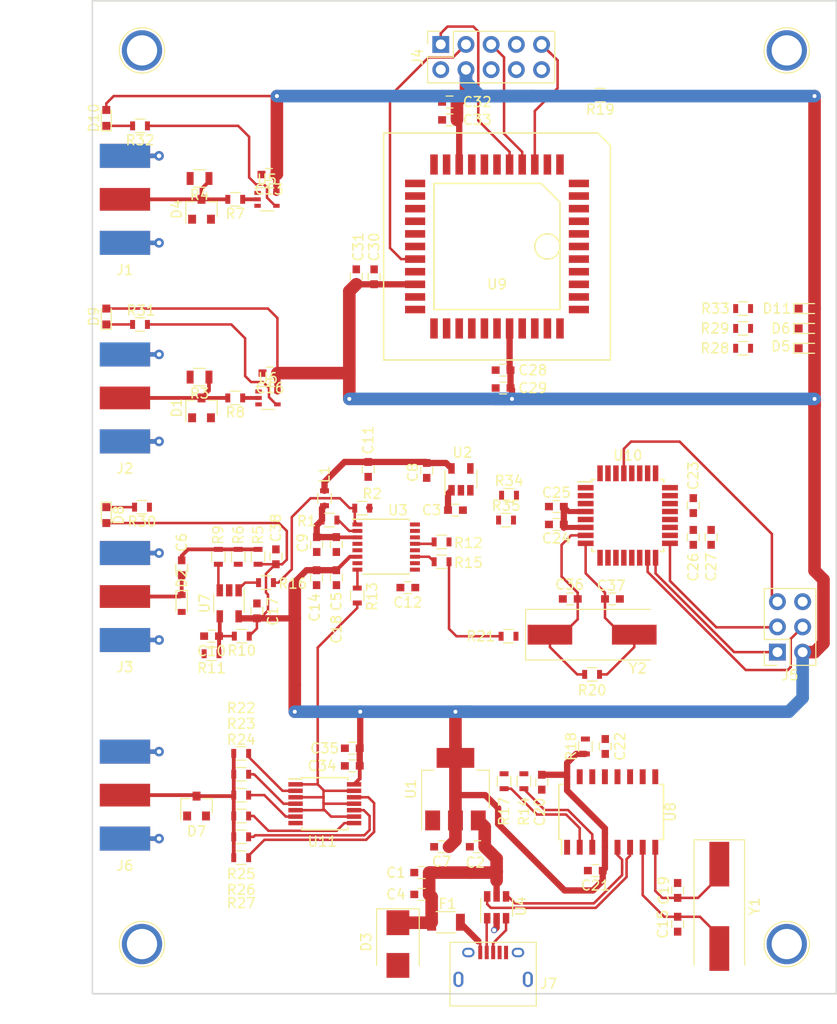
<source format=kicad_pcb>
(kicad_pcb (version 20171130) (host pcbnew 5.0.2-bee76a0~70~ubuntu16.04.1)
  (layers (0 F.Cu signal) (31 B.Cu signal) (34 B.Paste user) (35 F.Paste user) (36 B.SilkS user) (37 F.SilkS user) (38 B.Mask user) (39 F.Mask user) (44 Edge.Cuts user))
  (net 0 "")
  (net 1 GND)
  (net 2 +5V)
  (net 3 "Net-(C5-Pad1)")
  (net 4 "Net-(C6-Pad2)")
  (net 5 "Net-(C6-Pad1)")
  (net 6 +3V3)
  (net 7 +1V8)
  (net 8 "Net-(C10-Pad1)")
  (net 9 "Net-(C15-Pad2)")
  (net 10 "Net-(C19-Pad2)")
  (net 11 "Net-(C22-Pad2)")
  (net 12 /CPU_RST_N)
  (net 13 "Net-(C23-Pad1)")
  (net 14 "Net-(C36-Pad2)")
  (net 15 "Net-(C37-Pad2)")
  (net 16 "Net-(D1-Pad1)")
  (net 17 "Net-(D4-Pad1)")
  (net 18 "Net-(D7-Pad1)")
  (net 19 "Net-(F1-Pad2)")
  (net 20 /TCK)
  (net 21 /TDO)
  (net 22 /TMS)
  (net 23 "Net-(J4-Pad6)")
  (net 24 "Net-(J4-Pad7)")
  (net 25 "Net-(J4-Pad8)")
  (net 26 /TDI)
  (net 27 /MISO)
  (net 28 /SCLK)
  (net 29 /MOSI)
  (net 30 "Net-(R1-Pad2)")
  (net 31 /INCLKK_10MHZ)
  (net 32 "Net-(R7-Pad1)")
  (net 33 "Net-(R8-Pad1)")
  (net 34 "Net-(R9-Pad1)")
  (net 35 /MCLK_100MHZ)
  (net 36 "Net-(R12-Pad2)")
  (net 37 /EXTCLK_33MHZ)
  (net 38 "Net-(R13-Pad2)")
  (net 39 "Net-(R14-Pad1)")
  (net 40 /USBUART_RX)
  (net 41 /CPUCLK_8MHZ)
  (net 42 "Net-(R15-Pad2)")
  (net 43 "Net-(R16-Pad2)")
  (net 44 "Net-(R17-Pad1)")
  (net 45 /USBUART_TX)
  (net 46 /CPLD_CE_N)
  (net 47 "Net-(R22-Pad2)")
  (net 48 "Net-(R23-Pad2)")
  (net 49 "Net-(R24-Pad2)")
  (net 50 "Net-(R25-Pad2)")
  (net 51 "Net-(R26-Pad2)")
  (net 52 "Net-(R27-Pad2)")
  (net 53 /CPLD_HB)
  (net 54 /CAPTURE_N)
  (net 55 /PPS_N)
  (net 56 "Net-(U2-Pad4)")
  (net 57 "Net-(U3-Pad4)")
  (net 58 "Net-(U3-Pad7)")
  (net 59 "Net-(U3-Pad10)")
  (net 60 /SCL)
  (net 61 /SDA)
  (net 62 "Net-(U3-Pad16)")
  (net 63 /USB_DP)
  (net 64 /USB_DM)
  (net 65 "Net-(U8-Pad9)")
  (net 66 "Net-(U8-Pad10)")
  (net 67 "Net-(U8-Pad11)")
  (net 68 "Net-(U8-Pad12)")
  (net 69 "Net-(U8-Pad14)")
  (net 70 "Net-(U8-Pad15)")
  (net 71 "Net-(U9-Pad2)")
  (net 72 "Net-(U9-Pad3)")
  (net 73 "Net-(U9-Pad5)")
  (net 74 "Net-(U9-Pad6)")
  (net 75 "Net-(U9-Pad7)")
  (net 76 /CPLD_RST_CAPT)
  (net 77 "Net-(U9-Pad14)")
  (net 78 /CPLD_INT)
  (net 79 /CPLD_MRST_N)
  (net 80 "Net-(U9-Pad21)")
  (net 81 "Net-(U9-Pad22)")
  (net 82 "Net-(U9-Pad23)")
  (net 83 "Net-(U9-Pad27)")
  (net 84 "Net-(U9-Pad28)")
  (net 85 "Net-(U9-Pad29)")
  (net 86 "Net-(U9-Pad30)")
  (net 87 "Net-(U9-Pad31)")
  (net 88 "Net-(U9-Pad32)")
  (net 89 "Net-(U9-Pad33)")
  (net 90 "Net-(U9-Pad36)")
  (net 91 "Net-(U9-Pad37)")
  (net 92 "Net-(U9-Pad38)")
  (net 93 "Net-(U9-Pad39)")
  (net 94 "Net-(U9-Pad40)")
  (net 95 "Net-(U9-Pad41)")
  (net 96 "Net-(U9-Pad42)")
  (net 97 "Net-(U10-Pad10)")
  (net 98 "Net-(U10-Pad11)")
  (net 99 "Net-(U10-Pad12)")
  (net 100 "Net-(U10-Pad13)")
  (net 101 "Net-(U10-Pad14)")
  (net 102 "Net-(U10-Pad19)")
  (net 103 "Net-(U10-Pad22)")
  (net 104 "Net-(U10-Pad23)")
  (net 105 "Net-(U10-Pad24)")
  (net 106 "Net-(U10-Pad25)")
  (net 107 "Net-(U10-Pad26)")
  (net 108 "Net-(J7-Pad4)")
  (net 109 "Net-(J7-Pad3)")
  (net 110 "Net-(J7-Pad2)")
  (net 111 "Net-(D5-Pad1)")
  (net 112 "Net-(D6-Pad1)")
  (net 113 "Net-(D8-Pad1)")
  (net 114 "Net-(D9-Pad1)")
  (net 115 "Net-(D10-Pad1)")
  (net 116 "Net-(D11-Pad1)")
  (module TO_SOT_Packages_SMD:TSOT-23-5 (layer F.Cu) (at 63.79 110.686 270)
    (fp_text reference U7 (at 0 2.49 90) (layer F.SilkS))
    (fp_text value LMV7219?)
    (pad 1 smd rect (at -1.31 -0.95 270) (size 1.22 0.65) (layers F.Cu F.Paste F.Mask) (net 43 "Net-(R16-Pad2)"))
    (pad 2 smd rect (at -1.31 0 270) (size 1.22 0.65) (layers F.Cu F.Paste F.Mask) (net 1 GND))
    (pad 3 smd rect (at -1.31 0.95 270) (size 1.22 0.65) (layers F.Cu F.Paste F.Mask) (net 34 "Net-(R9-Pad1)"))
    (pad 4 smd rect (at 1.31 0.95 270) (size 1.22 0.65) (layers F.Cu F.Paste F.Mask) (net 8 "Net-(C10-Pad1)"))
    (pad 5 smd rect (at 1.31 -0.95 270) (size 1.22 0.65) (layers F.Cu F.Paste F.Mask) (net 6 +3V3))
  )
  (module Diodes_SMD:D_0603 (layer F.Cu) (at 59 110.7 270)
    (fp_text reference D2 (at -2.54 0 90) (layer F.SilkS))
    (fp_text value D_TVS)
    (pad 1 smd rect (at -0.85 0 270) (size 0.6 0.8) (layers F.Cu F.Paste F.Mask) (net 4 "Net-(C6-Pad2)"))
    (pad 2 smd rect (at 0.85 0 270) (size 0.6 0.8) (layers F.Cu F.Paste F.Mask) (net 1 GND))
  )
  (module Capacitors_SMD:C_0603 (layer F.Cu) (at 83.2 137.8 180)
    (fp_text reference C1 (at 2.6 0 180) (layer F.SilkS))
    (fp_text value C)
    (pad 2 smd rect (at 0.75 0 180) (size 0.8 0.75) (layers F.Cu F.Paste F.Mask) (net 1 GND))
    (pad 1 smd rect (at -0.75 0 180) (size 0.8 0.75) (layers F.Cu F.Paste F.Mask) (net 2 +5V))
  )
  (module Capacitors_SMD:C_0603 (layer F.Cu) (at 88.8 135.2 180)
    (fp_text reference C2 (at 0.2 -1.6 180) (layer F.SilkS))
    (fp_text value 10u)
    (pad 2 smd rect (at 0.75 0 180) (size 0.8 0.75) (layers F.Cu F.Paste F.Mask) (net 1 GND))
    (pad 1 smd rect (at -0.75 0 180) (size 0.8 0.75) (layers F.Cu F.Paste F.Mask) (net 2 +5V))
  )
  (module Capacitors_SMD:C_0603 (layer F.Cu) (at 86.6 101.3)
    (fp_text reference C3 (at -2.4 0) (layer F.SilkS))
    (fp_text value 100n)
    (pad 2 smd rect (at 0.75 0) (size 0.8 0.75) (layers F.Cu F.Paste F.Mask) (net 1 GND))
    (pad 1 smd rect (at -0.75 0) (size 0.8 0.75) (layers F.Cu F.Paste F.Mask) (net 2 +5V))
  )
  (module Capacitors_SMD:C_0603 (layer F.Cu) (at 83.2 140 180)
    (fp_text reference C4 (at 2.6 0 180) (layer F.SilkS))
    (fp_text value C)
    (pad 2 smd rect (at 0.75 0 180) (size 0.8 0.75) (layers F.Cu F.Paste F.Mask) (net 1 GND))
    (pad 1 smd rect (at -0.75 0 180) (size 0.8 0.75) (layers F.Cu F.Paste F.Mask) (net 2 +5V))
  )
  (module Capacitors_SMD:C_0603 (layer F.Cu) (at 74.59 104.764 270)
    (fp_text reference C5 (at 5.736 -0.01 270) (layer F.SilkS))
    (fp_text value C)
    (pad 2 smd rect (at 0.75 0 270) (size 0.8 0.75) (layers F.Cu F.Paste F.Mask) (net 1 GND))
    (pad 1 smd rect (at -0.75 0 270) (size 0.8 0.75) (layers F.Cu F.Paste F.Mask) (net 3 "Net-(C5-Pad1)"))
  )
  (module Capacitors_SMD:C_0603 (layer F.Cu) (at 59 107.1 270)
    (fp_text reference C6 (at -2.54 0 270) (layer F.SilkS))
    (fp_text value C)
    (pad 2 smd rect (at 0.75 0 270) (size 0.8 0.75) (layers F.Cu F.Paste F.Mask) (net 4 "Net-(C6-Pad2)"))
    (pad 1 smd rect (at -0.75 0 270) (size 0.8 0.75) (layers F.Cu F.Paste F.Mask) (net 5 "Net-(C6-Pad1)"))
  )
  (module Capacitors_SMD:C_0603 (layer F.Cu) (at 85.2 135.2 180)
    (fp_text reference C7 (at 0 -1.5 180) (layer F.SilkS))
    (fp_text value 22u)
    (pad 2 smd rect (at 0.75 0 180) (size 0.8 0.75) (layers F.Cu F.Paste F.Mask) (net 1 GND))
    (pad 1 smd rect (at -0.75 0 180) (size 0.8 0.75) (layers F.Cu F.Paste F.Mask) (net 6 +3V3))
  )
  (module Capacitors_SMD:C_0603 (layer F.Cu) (at 83.7 97.3 270)
    (fp_text reference C8 (at 0.2 1.4 270) (layer F.SilkS))
    (fp_text value 100n)
    (pad 2 smd rect (at 0.75 0 270) (size 0.8 0.75) (layers F.Cu F.Paste F.Mask) (net 1 GND))
    (pad 1 smd rect (at -0.75 0 270) (size 0.8 0.75) (layers F.Cu F.Paste F.Mask) (net 7 +1V8))
  )
  (module Capacitors_SMD:C_0603 (layer F.Cu) (at 72.612 104.764 270)
    (fp_text reference C9 (at -0.164 1.412 270) (layer F.SilkS))
    (fp_text value C)
    (pad 2 smd rect (at 0.75 0 270) (size 0.8 0.75) (layers F.Cu F.Paste F.Mask) (net 1 GND))
    (pad 1 smd rect (at -0.75 0 270) (size 0.8 0.75) (layers F.Cu F.Paste F.Mask) (net 3 "Net-(C5-Pad1)"))
  )
  (module Capacitors_SMD:C_0603 (layer F.Cu) (at 62.012 113.988 180)
    (fp_text reference C10 (at 0 -1.5 180) (layer F.SilkS))
    (fp_text value C)
    (pad 2 smd rect (at 0.75 0 180) (size 0.8 0.75) (layers F.Cu F.Paste F.Mask) (net 1 GND))
    (pad 1 smd rect (at -0.75 0 180) (size 0.8 0.75) (layers F.Cu F.Paste F.Mask) (net 8 "Net-(C10-Pad1)"))
  )
  (module Capacitors_SMD:C_0603 (layer F.Cu) (at 77.8 97.2 270)
    (fp_text reference C11 (at -2.95 0 270) (layer F.SilkS))
    (fp_text value C)
    (pad 2 smd rect (at 0.75 0 270) (size 0.8 0.75) (layers F.Cu F.Paste F.Mask) (net 1 GND))
    (pad 1 smd rect (at -0.75 0 270) (size 0.8 0.75) (layers F.Cu F.Paste F.Mask) (net 7 +1V8))
  )
  (module Capacitors_SMD:C_0603 (layer F.Cu) (at 81.8 109.1 180)
    (fp_text reference C12 (at 0 -1.5 180) (layer F.SilkS))
    (fp_text value C)
    (pad 2 smd rect (at 0.75 0 180) (size 0.8 0.75) (layers F.Cu F.Paste F.Mask) (net 1 GND))
    (pad 1 smd rect (at -0.75 0 180) (size 0.8 0.75) (layers F.Cu F.Paste F.Mask) (net 6 +3V3))
  )
  (module Capacitors_SMD:C_0603 (layer F.Cu) (at 67.8 67.5 180)
    (fp_text reference C13 (at 0 -1.5 180) (layer F.SilkS))
    (fp_text value C)
    (pad 2 smd rect (at 0.75 0 180) (size 0.8 0.75) (layers F.Cu F.Paste F.Mask) (net 1 GND))
    (pad 1 smd rect (at -0.75 0 180) (size 0.8 0.75) (layers F.Cu F.Paste F.Mask) (net 6 +3V3))
  )
  (module Capacitors_SMD:C_0603 (layer F.Cu) (at 72.6 108.1 270)
    (fp_text reference C14 (at 3 0.2 270) (layer F.SilkS))
    (fp_text value C)
    (pad 2 smd rect (at 0.75 0 270) (size 0.8 0.75) (layers F.Cu F.Paste F.Mask) (net 1 GND))
    (pad 1 smd rect (at -0.75 0 270) (size 0.8 0.75) (layers F.Cu F.Paste F.Mask) (net 6 +3V3))
  )
  (module Capacitors_SMD:C_0603 (layer F.Cu) (at 109 143 90)
    (fp_text reference C15 (at 0 -1.5 90) (layer F.SilkS))
    (fp_text value C)
    (pad 2 smd rect (at 0.75 0 90) (size 0.8 0.75) (layers F.Cu F.Paste F.Mask) (net 9 "Net-(C15-Pad2)"))
    (pad 1 smd rect (at -0.75 0 90) (size 0.8 0.75) (layers F.Cu F.Paste F.Mask) (net 1 GND))
  )
  (module Capacitors_SMD:C_0603 (layer F.Cu) (at 67.9 87.5 180)
    (fp_text reference C16 (at 0 -1.5 180) (layer F.SilkS))
    (fp_text value C)
    (pad 2 smd rect (at 0.75 0 180) (size 0.8 0.75) (layers F.Cu F.Paste F.Mask) (net 1 GND))
    (pad 1 smd rect (at -0.75 0 180) (size 0.8 0.75) (layers F.Cu F.Paste F.Mask) (net 6 +3V3))
  )
  (module Capacitors_SMD:C_0603 (layer F.Cu) (at 66.584 111.448 90)
    (fp_text reference C17 (at -0.052 1.616 90) (layer F.SilkS))
    (fp_text value C)
    (pad 2 smd rect (at 0.75 0 90) (size 0.8 0.75) (layers F.Cu F.Paste F.Mask) (net 1 GND))
    (pad 1 smd rect (at -0.75 0 90) (size 0.8 0.75) (layers F.Cu F.Paste F.Mask) (net 6 +3V3))
  )
  (module Capacitors_SMD:C_0603 (layer F.Cu) (at 74.6 108.1 270)
    (fp_text reference C18 (at 5.2 0 270) (layer F.SilkS))
    (fp_text value C)
    (pad 2 smd rect (at 0.75 0 270) (size 0.8 0.75) (layers F.Cu F.Paste F.Mask) (net 1 GND))
    (pad 1 smd rect (at -0.75 0 270) (size 0.8 0.75) (layers F.Cu F.Paste F.Mask) (net 6 +3V3))
  )
  (module Capacitors_SMD:C_0603 (layer F.Cu) (at 109 139.6 270)
    (fp_text reference C19 (at 0 1.4 270) (layer F.SilkS))
    (fp_text value C)
    (pad 2 smd rect (at 0.75 0 270) (size 0.8 0.75) (layers F.Cu F.Paste F.Mask) (net 10 "Net-(C19-Pad2)"))
    (pad 1 smd rect (at -0.75 0 270) (size 0.8 0.75) (layers F.Cu F.Paste F.Mask) (net 1 GND))
  )
  (module Capacitors_SMD:C_0603 (layer F.Cu) (at 95.3 128.7 90)
    (fp_text reference C20 (at -3 -0.2 90) (layer F.SilkS))
    (fp_text value 10n)
    (pad 2 smd rect (at 0.75 0 90) (size 0.8 0.75) (layers F.Cu F.Paste F.Mask) (net 6 +3V3))
    (pad 1 smd rect (at -0.75 0 90) (size 0.8 0.75) (layers F.Cu F.Paste F.Mask) (net 1 GND))
  )
  (module Capacitors_SMD:C_0603 (layer F.Cu) (at 100.7 137.6 180)
    (fp_text reference C21 (at 0 -1.5 180) (layer F.SilkS))
    (fp_text value 100n)
    (pad 2 smd rect (at 0.75 0 180) (size 0.8 0.75) (layers F.Cu F.Paste F.Mask) (net 1 GND))
    (pad 1 smd rect (at -0.75 0 180) (size 0.8 0.75) (layers F.Cu F.Paste F.Mask) (net 6 +3V3))
  )
  (module Capacitors_SMD:C_0603 (layer F.Cu) (at 101.7 125.1 270)
    (fp_text reference C22 (at 0 -1.5 270) (layer F.SilkS))
    (fp_text value C)
    (pad 2 smd rect (at 0.75 0 270) (size 0.8 0.75) (layers F.Cu F.Paste F.Mask) (net 11 "Net-(C22-Pad2)"))
    (pad 1 smd rect (at -0.75 0 270) (size 0.8 0.75) (layers F.Cu F.Paste F.Mask) (net 12 /CPU_RST_N))
  )
  (module Capacitors_SMD:C_0603 (layer F.Cu) (at 110.575119 100.841521 90)
    (fp_text reference C23 (at 3 0 90) (layer F.SilkS))
    (fp_text value 100n)
    (pad 2 smd rect (at 0.75 0 90) (size 0.8 0.75) (layers F.Cu F.Paste F.Mask) (net 1 GND))
    (pad 1 smd rect (at -0.75 0 90) (size 0.8 0.75) (layers F.Cu F.Paste F.Mask) (net 13 "Net-(C23-Pad1)"))
  )
  (module Capacitors_SMD:C_0603 (layer F.Cu) (at 96.775119 102.741521 180)
    (fp_text reference C24 (at 0 -1.4 180) (layer F.SilkS))
    (fp_text value C)
    (pad 2 smd rect (at 0.75 0 180) (size 0.8 0.75) (layers F.Cu F.Paste F.Mask) (net 1 GND))
    (pad 1 smd rect (at -0.75 0 180) (size 0.8 0.75) (layers F.Cu F.Paste F.Mask) (net 6 +3V3))
  )
  (module Capacitors_SMD:C_0603 (layer F.Cu) (at 96.775119 100.941521 180)
    (fp_text reference C25 (at 0 1.4 180) (layer F.SilkS))
    (fp_text value C)
    (pad 2 smd rect (at 0.75 0 180) (size 0.8 0.75) (layers F.Cu F.Paste F.Mask) (net 1 GND))
    (pad 1 smd rect (at -0.75 0 180) (size 0.8 0.75) (layers F.Cu F.Paste F.Mask) (net 6 +3V3))
  )
  (module Capacitors_SMD:C_0603 (layer F.Cu) (at 110.575119 104.041521 90)
    (fp_text reference C26 (at -3 0 90) (layer F.SilkS))
    (fp_text value C)
    (pad 2 smd rect (at 0.75 0 90) (size 0.8 0.75) (layers F.Cu F.Paste F.Mask) (net 1 GND))
    (pad 1 smd rect (at -0.75 0 90) (size 0.8 0.75) (layers F.Cu F.Paste F.Mask) (net 6 +3V3))
  )
  (module Capacitors_SMD:C_0603 (layer F.Cu) (at 112.375119 104.041521 90)
    (fp_text reference C27 (at -3 0 90) (layer F.SilkS))
    (fp_text value C)
    (pad 2 smd rect (at 0.75 0 90) (size 0.8 0.75) (layers F.Cu F.Paste F.Mask) (net 1 GND))
    (pad 1 smd rect (at -0.75 0 90) (size 0.8 0.75) (layers F.Cu F.Paste F.Mask) (net 6 +3V3))
  )
  (module Capacitors_SMD:C_0603 (layer F.Cu) (at 91.4 87.2 180)
    (fp_text reference C28 (at -3 0 180) (layer F.SilkS))
    (fp_text value C)
    (pad 2 smd rect (at 0.75 0 180) (size 0.8 0.75) (layers F.Cu F.Paste F.Mask) (net 1 GND))
    (pad 1 smd rect (at -0.75 0 180) (size 0.8 0.75) (layers F.Cu F.Paste F.Mask) (net 6 +3V3))
  )
  (module Capacitors_SMD:C_0603 (layer F.Cu) (at 91.4 89 180)
    (fp_text reference C29 (at -3 0 180) (layer F.SilkS))
    (fp_text value C)
    (pad 2 smd rect (at 0.75 0 180) (size 0.8 0.75) (layers F.Cu F.Paste F.Mask) (net 1 GND))
    (pad 1 smd rect (at -0.75 0 180) (size 0.8 0.75) (layers F.Cu F.Paste F.Mask) (net 6 +3V3))
  )
  (module Capacitors_SMD:C_0603 (layer F.Cu) (at 78.4 77.8 90)
    (fp_text reference C30 (at 3 0 90) (layer F.SilkS))
    (fp_text value C)
    (pad 2 smd rect (at 0.75 0 90) (size 0.8 0.75) (layers F.Cu F.Paste F.Mask) (net 1 GND))
    (pad 1 smd rect (at -0.75 0 90) (size 0.8 0.75) (layers F.Cu F.Paste F.Mask) (net 6 +3V3))
  )
  (module Capacitors_SMD:C_0603 (layer F.Cu) (at 76.6 77.8 90)
    (fp_text reference C31 (at 3 0.2 90) (layer F.SilkS))
    (fp_text value C)
    (pad 2 smd rect (at 0.75 0 90) (size 0.8 0.75) (layers F.Cu F.Paste F.Mask) (net 1 GND))
    (pad 1 smd rect (at -0.75 0 90) (size 0.8 0.75) (layers F.Cu F.Paste F.Mask) (net 6 +3V3))
  )
  (module Capacitors_SMD:C_0603 (layer F.Cu) (at 86 60.2 180)
    (fp_text reference C32 (at -2.8 0 180) (layer F.SilkS))
    (fp_text value C)
    (pad 2 smd rect (at 0.75 0 180) (size 0.8 0.75) (layers F.Cu F.Paste F.Mask) (net 1 GND))
    (pad 1 smd rect (at -0.75 0 180) (size 0.8 0.75) (layers F.Cu F.Paste F.Mask) (net 6 +3V3))
  )
  (module Capacitors_SMD:C_0603 (layer F.Cu) (at 86 62 180)
    (fp_text reference C33 (at -2.8 0 180) (layer F.SilkS))
    (fp_text value C)
    (pad 2 smd rect (at 0.75 0 180) (size 0.8 0.75) (layers F.Cu F.Paste F.Mask) (net 1 GND))
    (pad 1 smd rect (at -0.75 0 180) (size 0.8 0.75) (layers F.Cu F.Paste F.Mask) (net 6 +3V3))
  )
  (module Capacitors_SMD:C_0603 (layer F.Cu) (at 76.2 127.056 180)
    (fp_text reference C34 (at 3.048 0 180) (layer F.SilkS))
    (fp_text value C)
    (pad 2 smd rect (at 0.75 0 180) (size 0.8 0.75) (layers F.Cu F.Paste F.Mask) (net 1 GND))
    (pad 1 smd rect (at -0.75 0 180) (size 0.8 0.75) (layers F.Cu F.Paste F.Mask) (net 6 +3V3))
  )
  (module Capacitors_SMD:C_0603 (layer F.Cu) (at 76.2 125.278 180)
    (fp_text reference C35 (at 2.794 0 180) (layer F.SilkS))
    (fp_text value C)
    (pad 2 smd rect (at 0.75 0 180) (size 0.8 0.75) (layers F.Cu F.Paste F.Mask) (net 1 GND))
    (pad 1 smd rect (at -0.75 0 180) (size 0.8 0.75) (layers F.Cu F.Paste F.Mask) (net 6 +3V3))
  )
  (module Capacitors_SMD:C_0603 (layer F.Cu) (at 98.175119 110.241521)
    (fp_text reference C36 (at -0.075119 -1.441521) (layer F.SilkS))
    (fp_text value C)
    (pad 2 smd rect (at 0.75 0) (size 0.8 0.75) (layers F.Cu F.Paste F.Mask) (net 14 "Net-(C36-Pad2)"))
    (pad 1 smd rect (at -0.75 0) (size 0.8 0.75) (layers F.Cu F.Paste F.Mask) (net 1 GND))
  )
  (module Capacitors_SMD:C_0603 (layer F.Cu) (at 102.425119 110.241521 180)
    (fp_text reference C37 (at 0.125119 1.341521 180) (layer F.SilkS))
    (fp_text value C)
    (pad 2 smd rect (at 0.75 0 180) (size 0.8 0.75) (layers F.Cu F.Paste F.Mask) (net 15 "Net-(C37-Pad2)"))
    (pad 1 smd rect (at -0.75 0 180) (size 0.8 0.75) (layers F.Cu F.Paste F.Mask) (net 1 GND))
  )
  (module Diodes_SMD:D_SOT-23_ANK (layer F.Cu) (at 61 91 90)
    (fp_text reference D1 (at 0 -2.5 90) (layer F.SilkS))
    (fp_text value D_Zener)
    (pad 2 smd rect (at -1 -0.95 90) (size 0.9 0.8) (layers F.Cu F.Paste F.Mask) (net 1 GND))
    (pad "" smd rect (at -1 0.95 90) (size 0.9 0.8) (layers F.Cu F.Paste F.Mask))
    (pad 1 smd rect (at 1 0 90) (size 0.9 0.8) (layers F.Cu F.Paste F.Mask) (net 16 "Net-(D1-Pad1)"))
  )
  (module Diodes_SMD:D_SMB (layer F.Cu) (at 80.8 145 270)
    (fp_text reference D3 (at -0.2 3.2 270) (layer F.SilkS))
    (fp_text value D_Zener)
    (pad 1 smd rect (at -2.15 0 270) (size 2.5 2.3) (layers F.Cu F.Paste F.Mask) (net 2 +5V))
    (pad 2 smd rect (at 2.15 0 270) (size 2.5 2.3) (layers F.Cu F.Paste F.Mask) (net 1 GND))
  )
  (module Diodes_SMD:D_SOT-23_ANK (layer F.Cu) (at 61 71 90)
    (fp_text reference D4 (at 0 -2.5 90) (layer F.SilkS))
    (fp_text value D_Zener)
    (pad 2 smd rect (at -1 -0.95 90) (size 0.9 0.8) (layers F.Cu F.Paste F.Mask) (net 1 GND))
    (pad "" smd rect (at -1 0.95 90) (size 0.9 0.8) (layers F.Cu F.Paste F.Mask))
    (pad 1 smd rect (at 1 0 90) (size 0.9 0.8) (layers F.Cu F.Paste F.Mask) (net 17 "Net-(D4-Pad1)"))
  )
  (module LEDs:LED_0603 (layer F.Cu) (at 122 85)
    (fp_text reference D5 (at -2.6 -0.2) (layer F.SilkS))
    (fp_text value LED)
    (pad 2 smd rect (at 0.8 0 180) (size 0.8 0.8) (layers F.Cu F.Paste F.Mask) (net 6 +3V3))
    (pad 1 smd rect (at -0.8 0 180) (size 0.8 0.8) (layers F.Cu F.Paste F.Mask) (net 111 "Net-(D5-Pad1)"))
  )
  (module LEDs:LED_0603 (layer F.Cu) (at 122 83)
    (fp_text reference D6 (at -2.6 0) (layer F.SilkS))
    (fp_text value LED)
    (pad 2 smd rect (at 0.8 0 180) (size 0.8 0.8) (layers F.Cu F.Paste F.Mask) (net 6 +3V3))
    (pad 1 smd rect (at -0.8 0 180) (size 0.8 0.8) (layers F.Cu F.Paste F.Mask) (net 112 "Net-(D6-Pad1)"))
  )
  (module Diodes_SMD:D_SOT-23_ANK (layer F.Cu) (at 60.5 131.1 90)
    (fp_text reference D7 (at -2.54 0 180) (layer F.SilkS))
    (fp_text value D_Zener)
    (pad 2 smd rect (at -1 -0.95 90) (size 0.9 0.8) (layers F.Cu F.Paste F.Mask) (net 1 GND))
    (pad "" smd rect (at -1 0.95 90) (size 0.9 0.8) (layers F.Cu F.Paste F.Mask))
    (pad 1 smd rect (at 1 0 90) (size 0.9 0.8) (layers F.Cu F.Paste F.Mask) (net 18 "Net-(D7-Pad1)"))
  )
  (module LEDs:LED_0603 (layer F.Cu) (at 51.4 101.8 270)
    (fp_text reference D8 (at 0 -1.25 270) (layer F.SilkS))
    (fp_text value LED)
    (pad 2 smd rect (at 0.8 0 90) (size 0.8 0.8) (layers F.Cu F.Paste F.Mask) (net 6 +3V3))
    (pad 1 smd rect (at -0.8 0 90) (size 0.8 0.8) (layers F.Cu F.Paste F.Mask) (net 113 "Net-(D8-Pad1)"))
  )
  (module LEDs:LED_0603 (layer F.Cu) (at 51.4 81.8 90)
    (fp_text reference D9 (at 0 -1.25 90) (layer F.SilkS))
    (fp_text value LED)
    (pad 2 smd rect (at 0.8 0 270) (size 0.8 0.8) (layers F.Cu F.Paste F.Mask) (net 6 +3V3))
    (pad 1 smd rect (at -0.8 0 270) (size 0.8 0.8) (layers F.Cu F.Paste F.Mask) (net 114 "Net-(D9-Pad1)"))
  )
  (module LEDs:LED_0603 (layer F.Cu) (at 51.4 61.8 90)
    (fp_text reference D10 (at 0 -1.25 90) (layer F.SilkS))
    (fp_text value LED)
    (pad 2 smd rect (at 0.8 0 270) (size 0.8 0.8) (layers F.Cu F.Paste F.Mask) (net 6 +3V3))
    (pad 1 smd rect (at -0.8 0 270) (size 0.8 0.8) (layers F.Cu F.Paste F.Mask) (net 115 "Net-(D10-Pad1)"))
  )
  (module LEDs:LED_0603 (layer F.Cu) (at 122 81)
    (fp_text reference D11 (at -3 0) (layer F.SilkS))
    (fp_text value LED)
    (pad 2 smd rect (at 0.8 0 180) (size 0.8 0.8) (layers F.Cu F.Paste F.Mask) (net 6 +3V3))
    (pad 1 smd rect (at -0.8 0 180) (size 0.8 0.8) (layers F.Cu F.Paste F.Mask) (net 116 "Net-(D11-Pad1)"))
  )
  (module Resistors_SMD:R_1206 (layer F.Cu) (at 85.65 142.8)
    (fp_text reference F1 (at 0.15 -1.85) (layer F.SilkS))
    (fp_text value Polyfuse_Small)
    (pad 1 smd rect (at -1.45 0) (size 0.9 1.7) (layers F.Cu F.Paste F.Mask) (net 2 +5V))
    (pad 2 smd rect (at 1.45 0) (size 0.9 1.7) (layers F.Cu F.Paste F.Mask) (net 19 "Net-(F1-Pad2)"))
  )
  (module Connectors_Molex:Molex_SMA_Jack_Edge_Mount (layer F.Cu) (at 55 70)
    (fp_text reference J1 (at -1.72 7.11) (layer F.SilkS))
    (fp_text value Conn_Coaxial)
    (pad 1 smd rect (at -1.72 0) (size 5.08 2.29) (layers F.Cu F.Paste F.Mask) (net 17 "Net-(D4-Pad1)"))
    (pad 2 smd rect (at -1.72 -4.38) (size 5.08 2.42) (layers F.Cu F.Paste F.Mask) (net 1 GND))
    (pad 2 smd rect (at -1.72 4.38) (size 5.08 2.42) (layers F.Cu F.Paste F.Mask) (net 1 GND))
    (pad 2 smd rect (at -1.72 -4.38) (size 5.08 2.42) (layers B.Cu B.Paste B.Mask) (net 1 GND))
    (pad 2 smd rect (at -1.72 4.38) (size 5.08 2.42) (layers B.Cu B.Paste B.Mask) (net 1 GND))
    (pad 2 thru_hole circle (at 1.72 -4.38) (size 0.97 0.97) (drill 0.46) (layers *.Cu) (net 1 GND))
    (pad 2 thru_hole circle (at 1.72 4.38) (size 0.97 0.97) (drill 0.46) (layers *.Cu) (net 1 GND))
    (pad 2 smd rect (at 1.27 -4.38) (size 0.89 0.46) (layers F.Cu) (net 1 GND))
    (pad 2 smd rect (at 1.27 4.38) (size 0.89 0.46) (layers F.Cu) (net 1 GND))
    (pad 2 smd rect (at 1.27 -4.38) (size 0.89 0.46) (layers B.Cu) (net 1 GND))
    (pad 2 smd rect (at 1.27 4.38) (size 0.89 0.46) (layers B.Cu) (net 1 GND))
  )
  (module Connectors_Molex:Molex_SMA_Jack_Edge_Mount (layer F.Cu) (at 55 90)
    (fp_text reference J2 (at -1.72 7.11) (layer F.SilkS))
    (fp_text value Conn_Coaxial)
    (pad 1 smd rect (at -1.72 0) (size 5.08 2.29) (layers F.Cu F.Paste F.Mask) (net 16 "Net-(D1-Pad1)"))
    (pad 2 smd rect (at -1.72 -4.38) (size 5.08 2.42) (layers F.Cu F.Paste F.Mask) (net 1 GND))
    (pad 2 smd rect (at -1.72 4.38) (size 5.08 2.42) (layers F.Cu F.Paste F.Mask) (net 1 GND))
    (pad 2 smd rect (at -1.72 -4.38) (size 5.08 2.42) (layers B.Cu B.Paste B.Mask) (net 1 GND))
    (pad 2 smd rect (at -1.72 4.38) (size 5.08 2.42) (layers B.Cu B.Paste B.Mask) (net 1 GND))
    (pad 2 thru_hole circle (at 1.72 -4.38) (size 0.97 0.97) (drill 0.46) (layers *.Cu) (net 1 GND))
    (pad 2 thru_hole circle (at 1.72 4.38) (size 0.97 0.97) (drill 0.46) (layers *.Cu) (net 1 GND))
    (pad 2 smd rect (at 1.27 -4.38) (size 0.89 0.46) (layers F.Cu) (net 1 GND))
    (pad 2 smd rect (at 1.27 4.38) (size 0.89 0.46) (layers F.Cu) (net 1 GND))
    (pad 2 smd rect (at 1.27 -4.38) (size 0.89 0.46) (layers B.Cu) (net 1 GND))
    (pad 2 smd rect (at 1.27 4.38) (size 0.89 0.46) (layers B.Cu) (net 1 GND))
  )
  (module Connectors_Molex:Molex_SMA_Jack_Edge_Mount (layer F.Cu) (at 55 110)
    (fp_text reference J3 (at -1.72 7.11) (layer F.SilkS))
    (fp_text value Conn_Coaxial)
    (pad 1 smd rect (at -1.72 0) (size 5.08 2.29) (layers F.Cu F.Paste F.Mask) (net 4 "Net-(C6-Pad2)"))
    (pad 2 smd rect (at -1.72 -4.38) (size 5.08 2.42) (layers F.Cu F.Paste F.Mask) (net 1 GND))
    (pad 2 smd rect (at -1.72 4.38) (size 5.08 2.42) (layers F.Cu F.Paste F.Mask) (net 1 GND))
    (pad 2 smd rect (at -1.72 -4.38) (size 5.08 2.42) (layers B.Cu B.Paste B.Mask) (net 1 GND))
    (pad 2 smd rect (at -1.72 4.38) (size 5.08 2.42) (layers B.Cu B.Paste B.Mask) (net 1 GND))
    (pad 2 thru_hole circle (at 1.72 -4.38) (size 0.97 0.97) (drill 0.46) (layers *.Cu) (net 1 GND))
    (pad 2 thru_hole circle (at 1.72 4.38) (size 0.97 0.97) (drill 0.46) (layers *.Cu) (net 1 GND))
    (pad 2 smd rect (at 1.27 -4.38) (size 0.89 0.46) (layers F.Cu) (net 1 GND))
    (pad 2 smd rect (at 1.27 4.38) (size 0.89 0.46) (layers F.Cu) (net 1 GND))
    (pad 2 smd rect (at 1.27 -4.38) (size 0.89 0.46) (layers B.Cu) (net 1 GND))
    (pad 2 smd rect (at 1.27 4.38) (size 0.89 0.46) (layers B.Cu) (net 1 GND))
  )
  (module Socket_Strips:Socket_Strip_Straight_2x05_Pitch2.54mm (layer F.Cu) (at 85.12 54.4 90)
    (fp_text reference J4 (at -1.27 -2.33 90) (layer F.SilkS))
    (fp_text value JTAG)
    (pad 1 thru_hole rect (at 0 0 90) (size 1.7 1.7) (drill 1) (layers *.Cu *.Mask) (net 20 /TCK))
    (pad 2 thru_hole oval (at -2.54 0 90) (size 1.7 1.7) (drill 1) (layers *.Cu *.Mask) (net 1 GND))
    (pad 3 thru_hole oval (at 0 2.54 90) (size 1.7 1.7) (drill 1) (layers *.Cu *.Mask) (net 21 /TDO))
    (pad 4 thru_hole oval (at -2.54 2.54 90) (size 1.7 1.7) (drill 1) (layers *.Cu *.Mask) (net 6 +3V3))
    (pad 5 thru_hole oval (at 0 5.08 90) (size 1.7 1.7) (drill 1) (layers *.Cu *.Mask) (net 22 /TMS))
    (pad 6 thru_hole oval (at -2.54 5.08 90) (size 1.7 1.7) (drill 1) (layers *.Cu *.Mask) (net 23 "Net-(J4-Pad6)"))
    (pad 7 thru_hole oval (at 0 7.62 90) (size 1.7 1.7) (drill 1) (layers *.Cu *.Mask) (net 24 "Net-(J4-Pad7)"))
    (pad 8 thru_hole oval (at -2.54 7.62 90) (size 1.7 1.7) (drill 1) (layers *.Cu *.Mask) (net 25 "Net-(J4-Pad8)"))
    (pad 9 thru_hole oval (at 0 10.16 90) (size 1.7 1.7) (drill 1) (layers *.Cu *.Mask) (net 26 /TDI))
    (pad 10 thru_hole oval (at -2.54 10.16 90) (size 1.7 1.7) (drill 1) (layers *.Cu *.Mask) (net 1 GND))
  )
  (module Socket_Strips:Socket_Strip_Straight_2x03_Pitch2.54mm (layer F.Cu) (at 119.06 115.6 180)
    (fp_text reference J5 (at -1.27 -2.33 180) (layer F.SilkS))
    (fp_text value ISP)
    (pad 1 thru_hole rect (at 0 0 180) (size 1.7 1.7) (drill 1) (layers *.Cu *.Mask) (net 27 /MISO))
    (pad 2 thru_hole oval (at -2.54 0 180) (size 1.7 1.7) (drill 1) (layers *.Cu *.Mask) (net 6 +3V3))
    (pad 3 thru_hole oval (at 0 2.54 180) (size 1.7 1.7) (drill 1) (layers *.Cu *.Mask) (net 28 /SCLK))
    (pad 4 thru_hole oval (at -2.54 2.54 180) (size 1.7 1.7) (drill 1) (layers *.Cu *.Mask) (net 29 /MOSI))
    (pad 5 thru_hole oval (at 0 5.08 180) (size 1.7 1.7) (drill 1) (layers *.Cu *.Mask) (net 12 /CPU_RST_N))
    (pad 6 thru_hole oval (at -2.54 5.08 180) (size 1.7 1.7) (drill 1) (layers *.Cu *.Mask) (net 1 GND))
  )
  (module Connectors_Molex:Molex_SMA_Jack_Edge_Mount (layer F.Cu) (at 55 130)
    (fp_text reference J6 (at -1.72 7.11) (layer F.SilkS))
    (fp_text value Conn_Coaxial)
    (pad 1 smd rect (at -1.72 0) (size 5.08 2.29) (layers F.Cu F.Paste F.Mask) (net 18 "Net-(D7-Pad1)"))
    (pad 2 smd rect (at -1.72 -4.38) (size 5.08 2.42) (layers F.Cu F.Paste F.Mask) (net 1 GND))
    (pad 2 smd rect (at -1.72 4.38) (size 5.08 2.42) (layers F.Cu F.Paste F.Mask) (net 1 GND))
    (pad 2 smd rect (at -1.72 -4.38) (size 5.08 2.42) (layers B.Cu B.Paste B.Mask) (net 1 GND))
    (pad 2 smd rect (at -1.72 4.38) (size 5.08 2.42) (layers B.Cu B.Paste B.Mask) (net 1 GND))
    (pad 2 thru_hole circle (at 1.72 -4.38) (size 0.97 0.97) (drill 0.46) (layers *.Cu) (net 1 GND))
    (pad 2 thru_hole circle (at 1.72 4.38) (size 0.97 0.97) (drill 0.46) (layers *.Cu) (net 1 GND))
    (pad 2 smd rect (at 1.27 -4.38) (size 0.89 0.46) (layers F.Cu) (net 1 GND))
    (pad 2 smd rect (at 1.27 4.38) (size 0.89 0.46) (layers F.Cu) (net 1 GND))
    (pad 2 smd rect (at 1.27 -4.38) (size 0.89 0.46) (layers B.Cu) (net 1 GND))
    (pad 2 smd rect (at 1.27 4.38) (size 0.89 0.46) (layers B.Cu) (net 1 GND))
  )
  (module Resistors_SMD:R_0603 (layer F.Cu) (at 73.4 100.1 270)
    (fp_text reference L1 (at -2.4 0 270) (layer F.SilkS))
    (fp_text value L)
    (pad 1 smd rect (at -0.75 0 270) (size 0.5 0.9) (layers F.Cu F.Paste F.Mask) (net 7 +1V8))
    (pad 2 smd rect (at 0.75 0 270) (size 0.5 0.9) (layers F.Cu F.Paste F.Mask) (net 3 "Net-(C5-Pad1)"))
  )
  (module Resistors_SMD:R_0603 (layer F.Cu) (at 73.9 102.3)
    (fp_text reference R1 (at -2.3 0.1) (layer F.SilkS))
    (fp_text value R)
    (pad 1 smd rect (at -0.75 0) (size 0.5 0.9) (layers F.Cu F.Paste F.Mask) (net 3 "Net-(C5-Pad1)"))
    (pad 2 smd rect (at 0.75 0) (size 0.5 0.9) (layers F.Cu F.Paste F.Mask) (net 30 "Net-(R1-Pad2)"))
  )
  (module Resistors_SMD:R_0603 (layer F.Cu) (at 77.2 101.1)
    (fp_text reference R2 (at 1 -1.45) (layer F.SilkS))
    (fp_text value 220)
    (pad 1 smd rect (at -0.75 0) (size 0.5 0.9) (layers F.Cu F.Paste F.Mask) (net 31 /INCLKK_10MHZ))
    (pad 2 smd rect (at 0.75 0) (size 0.5 0.9) (layers F.Cu F.Paste F.Mask) (net 1 GND))
  )
  (module Resistors_SMD:R_0805 (layer F.Cu) (at 60.8 87.9 180)
    (fp_text reference R3 (at 0 -1.65 180) (layer F.SilkS))
    (fp_text value R)
    (pad 1 smd rect (at -0.95 0 180) (size 0.7 1.3) (layers F.Cu F.Paste F.Mask) (net 16 "Net-(D1-Pad1)"))
    (pad 2 smd rect (at 0.95 0 180) (size 0.7 1.3) (layers F.Cu F.Paste F.Mask) (net 1 GND))
  )
  (module Resistors_SMD:R_0805 (layer F.Cu) (at 60.8 67.9 180)
    (fp_text reference R4 (at 0 -1.65 180) (layer F.SilkS))
    (fp_text value R)
    (pad 1 smd rect (at -0.95 0 180) (size 0.7 1.3) (layers F.Cu F.Paste F.Mask) (net 17 "Net-(D4-Pad1)"))
    (pad 2 smd rect (at 0.95 0 180) (size 0.7 1.3) (layers F.Cu F.Paste F.Mask) (net 1 GND))
  )
  (module Resistors_SMD:R_0603 (layer F.Cu) (at 66.7 106 90)
    (fp_text reference R5 (at 2.206 0 90) (layer F.SilkS))
    (fp_text value R)
    (pad 1 smd rect (at -0.75 0 90) (size 0.5 0.9) (layers F.Cu F.Paste F.Mask) (net 6 +3V3))
    (pad 2 smd rect (at 0.75 0 90) (size 0.5 0.9) (layers F.Cu F.Paste F.Mask) (net 5 "Net-(C6-Pad1)"))
  )
  (module Resistors_SMD:R_0603 (layer F.Cu) (at 64.7 106 270)
    (fp_text reference R6 (at -2.206 -0.022 270) (layer F.SilkS))
    (fp_text value R)
    (pad 1 smd rect (at -0.75 0 270) (size 0.5 0.9) (layers F.Cu F.Paste F.Mask) (net 5 "Net-(C6-Pad1)"))
    (pad 2 smd rect (at 0.75 0 270) (size 0.5 0.9) (layers F.Cu F.Paste F.Mask) (net 1 GND))
  )
  (module Resistors_SMD:R_0603 (layer F.Cu) (at 64.4 70 180)
    (fp_text reference R7 (at 0 -1.45 180) (layer F.SilkS))
    (fp_text value R)
    (pad 1 smd rect (at -0.75 0 180) (size 0.5 0.9) (layers F.Cu F.Paste F.Mask) (net 32 "Net-(R7-Pad1)"))
    (pad 2 smd rect (at 0.75 0 180) (size 0.5 0.9) (layers F.Cu F.Paste F.Mask) (net 17 "Net-(D4-Pad1)"))
  )
  (module Resistors_SMD:R_0603 (layer F.Cu) (at 64.4 90 180)
    (fp_text reference R8 (at 0 -1.45 180) (layer F.SilkS))
    (fp_text value R)
    (pad 1 smd rect (at -0.75 0 180) (size 0.5 0.9) (layers F.Cu F.Paste F.Mask) (net 33 "Net-(R8-Pad1)"))
    (pad 2 smd rect (at 0.75 0 180) (size 0.5 0.9) (layers F.Cu F.Paste F.Mask) (net 16 "Net-(D1-Pad1)"))
  )
  (module Resistors_SMD:R_0603 (layer F.Cu) (at 62.7 106 90)
    (fp_text reference R9 (at 2.2 -0.022 270) (layer F.SilkS))
    (fp_text value R)
    (pad 1 smd rect (at -0.75 0 90) (size 0.5 0.9) (layers F.Cu F.Paste F.Mask) (net 34 "Net-(R9-Pad1)"))
    (pad 2 smd rect (at 0.75 0 90) (size 0.5 0.9) (layers F.Cu F.Paste F.Mask) (net 5 "Net-(C6-Pad1)"))
  )
  (module Resistors_SMD:R_0603 (layer F.Cu) (at 65.06 113.988 180)
    (fp_text reference R10 (at 0 -1.45 180) (layer F.SilkS))
    (fp_text value R)
    (pad 1 smd rect (at -0.75 0 180) (size 0.5 0.9) (layers F.Cu F.Paste F.Mask) (net 6 +3V3))
    (pad 2 smd rect (at 0.75 0 180) (size 0.5 0.9) (layers F.Cu F.Paste F.Mask) (net 8 "Net-(C10-Pad1)"))
  )
  (module Resistors_SMD:R_0603 (layer F.Cu) (at 62.012 115.766 180)
    (fp_text reference R11 (at 0 -1.45 180) (layer F.SilkS))
    (fp_text value R)
    (pad 1 smd rect (at -0.75 0 180) (size 0.5 0.9) (layers F.Cu F.Paste F.Mask) (net 8 "Net-(C10-Pad1)"))
    (pad 2 smd rect (at 0.75 0 180) (size 0.5 0.9) (layers F.Cu F.Paste F.Mask) (net 1 GND))
  )
  (module Resistors_SMD:R_0603 (layer F.Cu) (at 85.2 104.5 180)
    (fp_text reference R12 (at -2.7 -0.1 180) (layer F.SilkS))
    (fp_text value R)
    (pad 1 smd rect (at -0.75 0 180) (size 0.5 0.9) (layers F.Cu F.Paste F.Mask) (net 35 /MCLK_100MHZ))
    (pad 2 smd rect (at 0.75 0 180) (size 0.5 0.9) (layers F.Cu F.Paste F.Mask) (net 36 "Net-(R12-Pad2)"))
  )
  (module Resistors_SMD:R_0603 (layer F.Cu) (at 76.7 109.9 90)
    (fp_text reference R13 (at -0.1 1.5 90) (layer F.SilkS))
    (fp_text value R)
    (pad 1 smd rect (at -0.75 0 90) (size 0.5 0.9) (layers F.Cu F.Paste F.Mask) (net 37 /EXTCLK_33MHZ))
    (pad 2 smd rect (at 0.75 0 90) (size 0.5 0.9) (layers F.Cu F.Paste F.Mask) (net 38 "Net-(R13-Pad2)"))
  )
  (module Resistors_SMD:R_0603 (layer F.Cu) (at 93.5 128.6 90)
    (fp_text reference R14 (at -3.05 0 90) (layer F.SilkS))
    (fp_text value R)
    (pad 1 smd rect (at -0.75 0 90) (size 0.5 0.9) (layers F.Cu F.Paste F.Mask) (net 39 "Net-(R14-Pad1)"))
    (pad 2 smd rect (at 0.75 0 90) (size 0.5 0.9) (layers F.Cu F.Paste F.Mask) (net 40 /USBUART_RX))
  )
  (module Resistors_SMD:R_0603 (layer F.Cu) (at 85.2 106.5 180)
    (fp_text reference R15 (at -2.7 -0.1 180) (layer F.SilkS))
    (fp_text value R)
    (pad 1 smd rect (at -0.75 0 180) (size 0.5 0.9) (layers F.Cu F.Paste F.Mask) (net 41 /CPUCLK_8MHZ))
    (pad 2 smd rect (at 0.75 0 180) (size 0.5 0.9) (layers F.Cu F.Paste F.Mask) (net 42 "Net-(R15-Pad2)"))
  )
  (module Resistors_SMD:R_0603 (layer F.Cu) (at 67.5 108.6 180)
    (fp_text reference R16 (at -2.7 -0.1) (layer F.SilkS))
    (fp_text value 220)
    (pad 1 smd rect (at -0.75 0 180) (size 0.5 0.9) (layers F.Cu F.Paste F.Mask) (net 31 /INCLKK_10MHZ))
    (pad 2 smd rect (at 0.75 0 180) (size 0.5 0.9) (layers F.Cu F.Paste F.Mask) (net 43 "Net-(R16-Pad2)"))
  )
  (module Resistors_SMD:R_0603 (layer F.Cu) (at 91.5 128.6 90)
    (fp_text reference R17 (at -3.05 0 90) (layer F.SilkS))
    (fp_text value R)
    (pad 1 smd rect (at -0.75 0 90) (size 0.5 0.9) (layers F.Cu F.Paste F.Mask) (net 44 "Net-(R17-Pad1)"))
    (pad 2 smd rect (at 0.75 0 90) (size 0.5 0.9) (layers F.Cu F.Paste F.Mask) (net 45 /USBUART_TX))
  )
  (module Resistors_SMD:R_0603 (layer F.Cu) (at 99.7 125.1 90)
    (fp_text reference R18 (at 0 -1.45 90) (layer F.SilkS))
    (fp_text value R)
    (pad 1 smd rect (at -0.75 0 90) (size 0.5 0.9) (layers F.Cu F.Paste F.Mask) (net 6 +3V3))
    (pad 2 smd rect (at 0.75 0 90) (size 0.5 0.9) (layers F.Cu F.Paste F.Mask) (net 12 /CPU_RST_N))
  )
  (module Resistors_SMD:R_0603 (layer F.Cu) (at 101.202 59.508 180)
    (fp_text reference R19 (at 0 -1.45 180) (layer F.SilkS))
    (fp_text value R)
    (pad 1 smd rect (at -0.75 0 180) (size 0.5 0.9) (layers F.Cu F.Paste F.Mask) (net 6 +3V3))
    (pad 2 smd rect (at 0.75 0 180) (size 0.5 0.9) (layers F.Cu F.Paste F.Mask) (net 46 /CPLD_CE_N))
  )
  (module Resistors_SMD:R_0603 (layer F.Cu) (at 100.375119 117.841521)
    (fp_text reference R20 (at 0 1.6) (layer F.SilkS))
    (fp_text value R)
    (pad 1 smd rect (at -0.75 0) (size 0.5 0.9) (layers F.Cu F.Paste F.Mask) (net 14 "Net-(C36-Pad2)"))
    (pad 2 smd rect (at 0.75 0) (size 0.5 0.9) (layers F.Cu F.Paste F.Mask) (net 15 "Net-(C37-Pad2)"))
  )
  (module Resistors_SMD:R_0603 (layer F.Cu) (at 91.95 114)
    (fp_text reference R21 (at -2.8 0) (layer F.SilkS))
    (fp_text value 0)
    (pad 1 smd rect (at -0.75 0) (size 0.5 0.9) (layers F.Cu F.Paste F.Mask) (net 41 /CPUCLK_8MHZ))
    (pad 2 smd rect (at 0.75 0) (size 0.5 0.9) (layers F.Cu F.Paste F.Mask) (net 14 "Net-(C36-Pad2)"))
  )
  (module Resistors_SMD:R_0603 (layer F.Cu) (at 65 125.8)
    (fp_text reference R22 (at 0 -4.572) (layer F.SilkS))
    (fp_text value R)
    (pad 1 smd rect (at -0.75 0) (size 0.5 0.9) (layers F.Cu F.Paste F.Mask) (net 18 "Net-(D7-Pad1)"))
    (pad 2 smd rect (at 0.75 0) (size 0.5 0.9) (layers F.Cu F.Paste F.Mask) (net 47 "Net-(R22-Pad2)"))
  )
  (module Resistors_SMD:R_0603 (layer F.Cu) (at 65 127.9)
    (fp_text reference R23 (at 0 -5.08) (layer F.SilkS))
    (fp_text value R)
    (pad 1 smd rect (at -0.75 0) (size 0.5 0.9) (layers F.Cu F.Paste F.Mask) (net 18 "Net-(D7-Pad1)"))
    (pad 2 smd rect (at 0.75 0) (size 0.5 0.9) (layers F.Cu F.Paste F.Mask) (net 48 "Net-(R23-Pad2)"))
  )
  (module Resistors_SMD:R_0603 (layer F.Cu) (at 65 130)
    (fp_text reference R24 (at 0 -5.588) (layer F.SilkS))
    (fp_text value R)
    (pad 1 smd rect (at -0.75 0) (size 0.5 0.9) (layers F.Cu F.Paste F.Mask) (net 18 "Net-(D7-Pad1)"))
    (pad 2 smd rect (at 0.75 0) (size 0.5 0.9) (layers F.Cu F.Paste F.Mask) (net 49 "Net-(R24-Pad2)"))
  )
  (module Resistors_SMD:R_0603 (layer F.Cu) (at 65 132.1)
    (fp_text reference R25 (at 0 5.842) (layer F.SilkS))
    (fp_text value R)
    (pad 1 smd rect (at -0.75 0) (size 0.5 0.9) (layers F.Cu F.Paste F.Mask) (net 18 "Net-(D7-Pad1)"))
    (pad 2 smd rect (at 0.75 0) (size 0.5 0.9) (layers F.Cu F.Paste F.Mask) (net 50 "Net-(R25-Pad2)"))
  )
  (module Resistors_SMD:R_0603 (layer F.Cu) (at 65 134.2)
    (fp_text reference R26 (at 0 5.334) (layer F.SilkS))
    (fp_text value R)
    (pad 1 smd rect (at -0.75 0) (size 0.5 0.9) (layers F.Cu F.Paste F.Mask) (net 18 "Net-(D7-Pad1)"))
    (pad 2 smd rect (at 0.75 0) (size 0.5 0.9) (layers F.Cu F.Paste F.Mask) (net 51 "Net-(R26-Pad2)"))
  )
  (module Resistors_SMD:R_0603 (layer F.Cu) (at 65 136.3)
    (fp_text reference R27 (at 0 4.572) (layer F.SilkS))
    (fp_text value R)
    (pad 1 smd rect (at -0.75 0) (size 0.5 0.9) (layers F.Cu F.Paste F.Mask) (net 18 "Net-(D7-Pad1)"))
    (pad 2 smd rect (at 0.75 0) (size 0.5 0.9) (layers F.Cu F.Paste F.Mask) (net 52 "Net-(R27-Pad2)"))
  )
  (module Resistors_SMD:R_0603 (layer F.Cu) (at 115.6 85 180)
    (fp_text reference R28 (at 2.85 0 180) (layer F.SilkS))
    (fp_text value R)
    (pad 1 smd rect (at -0.75 0 180) (size 0.5 0.9) (layers F.Cu F.Paste F.Mask) (net 111 "Net-(D5-Pad1)"))
    (pad 2 smd rect (at 0.75 0 180) (size 0.5 0.9) (layers F.Cu F.Paste F.Mask) (net 45 /USBUART_TX))
  )
  (module Resistors_SMD:R_0603 (layer F.Cu) (at 115.6 83)
    (fp_text reference R29 (at -2.85 0) (layer F.SilkS))
    (fp_text value R)
    (pad 1 smd rect (at -0.75 0) (size 0.5 0.9) (layers F.Cu F.Paste F.Mask) (net 40 /USBUART_RX))
    (pad 2 smd rect (at 0.75 0) (size 0.5 0.9) (layers F.Cu F.Paste F.Mask) (net 112 "Net-(D6-Pad1)"))
  )
  (module Resistors_SMD:R_0603 (layer F.Cu) (at 55 101 180)
    (fp_text reference R30 (at 0 -1.45 180) (layer F.SilkS))
    (fp_text value R)
    (pad 1 smd rect (at -0.75 0 180) (size 0.5 0.9) (layers F.Cu F.Paste F.Mask) (net 53 /CPLD_HB))
    (pad 2 smd rect (at 0.75 0 180) (size 0.5 0.9) (layers F.Cu F.Paste F.Mask) (net 113 "Net-(D8-Pad1)"))
  )
  (module Resistors_SMD:R_0603 (layer F.Cu) (at 54.8 82.6 180)
    (fp_text reference R31 (at -0.1 1.4 180) (layer F.SilkS))
    (fp_text value R)
    (pad 1 smd rect (at -0.75 0 180) (size 0.5 0.9) (layers F.Cu F.Paste F.Mask) (net 54 /CAPTURE_N))
    (pad 2 smd rect (at 0.75 0 180) (size 0.5 0.9) (layers F.Cu F.Paste F.Mask) (net 114 "Net-(D9-Pad1)"))
  )
  (module Resistors_SMD:R_0603 (layer F.Cu) (at 54.8 62.6 180)
    (fp_text reference R32 (at 0 -1.45 180) (layer F.SilkS))
    (fp_text value R)
    (pad 1 smd rect (at -0.75 0 180) (size 0.5 0.9) (layers F.Cu F.Paste F.Mask) (net 55 /PPS_N))
    (pad 2 smd rect (at 0.75 0 180) (size 0.5 0.9) (layers F.Cu F.Paste F.Mask) (net 115 "Net-(D10-Pad1)"))
  )
  (module Resistors_SMD:R_0603 (layer F.Cu) (at 115.6 81)
    (fp_text reference R33 (at -2.8 0) (layer F.SilkS))
    (fp_text value R)
    (pad 1 smd rect (at -0.75 0) (size 0.5 0.9) (layers F.Cu F.Paste F.Mask) (net 1 GND))
    (pad 2 smd rect (at 0.75 0) (size 0.5 0.9) (layers F.Cu F.Paste F.Mask) (net 116 "Net-(D11-Pad1)"))
  )
  (module TO_SOT_Packages_SMD:SOT-223 (layer F.Cu) (at 86.6 129.4 90)
    (fp_text reference U1 (at 0 -4.5 90) (layer F.SilkS))
    (fp_text value AP1117-33)
    (pad 4 smd rect (at 3.15 0 90) (size 2 3.8) (layers F.Cu F.Paste F.Mask))
    (pad 2 smd rect (at -3.15 0 90) (size 2 1.5) (layers F.Cu F.Paste F.Mask) (net 6 +3V3))
    (pad 3 smd rect (at -3.15 2.3 90) (size 2 1.5) (layers F.Cu F.Paste F.Mask) (net 2 +5V))
    (pad 1 smd rect (at -3.15 -2.3 90) (size 2 1.5) (layers F.Cu F.Paste F.Mask) (net 1 GND))
  )
  (module TO_SOT_Packages_SMD:SOT-23-5 (layer F.Cu) (at 87.15 98.2 90)
    (fp_text reference U2 (at 2.7 0.15 180) (layer F.SilkS))
    (fp_text value TLV71318PDBV)
    (pad 1 smd rect (at -1.1 -0.95 90) (size 1.06 0.65) (layers F.Cu F.Paste F.Mask) (net 2 +5V))
    (pad 2 smd rect (at -1.1 0 90) (size 1.06 0.65) (layers F.Cu F.Paste F.Mask) (net 1 GND))
    (pad 3 smd rect (at -1.1 0.95 90) (size 1.06 0.65) (layers F.Cu F.Paste F.Mask) (net 2 +5V))
    (pad 4 smd rect (at 1.1 0.95 90) (size 1.06 0.65) (layers F.Cu F.Paste F.Mask) (net 56 "Net-(U2-Pad4)"))
    (pad 5 smd rect (at 1.1 -0.95 90) (size 1.06 0.65) (layers F.Cu F.Paste F.Mask) (net 7 +1V8))
  )
  (module Housings_SSOP:SSOP-16_4.4x5.2mm_Pitch0.65mm (layer F.Cu) (at 79.616 105.018)
    (fp_text reference U3 (at 1.184 -3.718) (layer F.SilkS))
    (fp_text value CDCE925)
    (pad 1 smd rect (at -2.9 -2.275) (size 1 0.4) (layers F.Cu F.Paste F.Mask) (net 31 /INCLKK_10MHZ))
    (pad 2 smd rect (at -2.9 -1.625) (size 1 0.4) (layers F.Cu F.Paste F.Mask) (net 30 "Net-(R1-Pad2)"))
    (pad 3 smd rect (at -2.9 -0.975) (size 1 0.4) (layers F.Cu F.Paste F.Mask) (net 3 "Net-(C5-Pad1)"))
    (pad 4 smd rect (at -2.9 -0.325) (size 1 0.4) (layers F.Cu F.Paste F.Mask) (net 57 "Net-(U3-Pad4)"))
    (pad 5 smd rect (at -2.9 0.325) (size 1 0.4) (layers F.Cu F.Paste F.Mask) (net 1 GND))
    (pad 6 smd rect (at -2.9 0.975) (size 1 0.4) (layers F.Cu F.Paste F.Mask) (net 6 +3V3))
    (pad 7 smd rect (at -2.9 1.625) (size 1 0.4) (layers F.Cu F.Paste F.Mask) (net 58 "Net-(U3-Pad7)"))
    (pad 8 smd rect (at -2.9 2.275) (size 1 0.4) (layers F.Cu F.Paste F.Mask) (net 38 "Net-(R13-Pad2)"))
    (pad 9 smd rect (at 2.9 2.275) (size 1 0.4) (layers F.Cu F.Paste F.Mask) (net 6 +3V3))
    (pad 10 smd rect (at 2.9 1.625) (size 1 0.4) (layers F.Cu F.Paste F.Mask) (net 59 "Net-(U3-Pad10)"))
    (pad 11 smd rect (at 2.9 0.975) (size 1 0.4) (layers F.Cu F.Paste F.Mask) (net 42 "Net-(R15-Pad2)"))
    (pad 12 smd rect (at 2.9 0.325) (size 1 0.4) (layers F.Cu F.Paste F.Mask) (net 1 GND))
    (pad 13 smd rect (at 2.9 -0.325) (size 1 0.4) (layers F.Cu F.Paste F.Mask) (net 36 "Net-(R12-Pad2)"))
    (pad 14 smd rect (at 2.9 -0.975) (size 1 0.4) (layers F.Cu F.Paste F.Mask) (net 60 /SCL))
    (pad 15 smd rect (at 2.9 -1.625) (size 1 0.4) (layers F.Cu F.Paste F.Mask) (net 61 /SDA))
    (pad 16 smd rect (at 2.9 -2.275) (size 1 0.4) (layers F.Cu F.Paste F.Mask) (net 62 "Net-(U3-Pad16)"))
  )
  (module TO_SOT_Packages_SMD:SOT-23-6 (layer F.Cu) (at 90.75 141.3 90)
    (fp_text reference U4 (at 0.1 2.45 90) (layer F.SilkS))
    (fp_text value USBLC6-2SC6)
    (pad 1 smd rect (at -1.1 -0.95 90) (size 1.06 0.65) (layers F.Cu F.Paste F.Mask) (net 110 "Net-(J7-Pad2)"))
    (pad 2 smd rect (at -1.1 0 90) (size 1.06 0.65) (layers F.Cu F.Paste F.Mask) (net 1 GND))
    (pad 3 smd rect (at -1.1 0.95 90) (size 1.06 0.65) (layers F.Cu F.Paste F.Mask) (net 109 "Net-(J7-Pad3)"))
    (pad 4 smd rect (at 1.1 0.95 90) (size 1.06 0.65) (layers F.Cu F.Paste F.Mask) (net 63 /USB_DP))
    (pad 6 smd rect (at 1.1 -0.95 90) (size 1.06 0.65) (layers F.Cu F.Paste F.Mask) (net 64 /USB_DM))
    (pad 5 smd rect (at 1.1 0 90) (size 1.06 0.65) (layers F.Cu F.Paste F.Mask) (net 2 +5V))
  )
  (module TO_SOT_Packages_SMD:SOT-353_SC-70-5 (layer F.Cu) (at 67.6 70)
    (fp_text reference U5 (at 0 -2) (layer F.SilkS))
    (fp_text value 74AHC1G14)
    (pad 1 smd rect (at -0.95 -0.65) (size 0.65 0.4) (layers F.Cu F.Paste F.Mask))
    (pad 3 smd rect (at -0.95 0.65) (size 0.65 0.4) (layers F.Cu F.Paste F.Mask) (net 1 GND))
    (pad 2 smd rect (at -0.95 0) (size 0.65 0.4) (layers F.Cu F.Paste F.Mask) (net 32 "Net-(R7-Pad1)"))
    (pad 4 smd rect (at 0.95 0.65) (size 0.65 0.4) (layers F.Cu F.Paste F.Mask) (net 55 /PPS_N))
    (pad 5 smd rect (at 0.95 -0.65) (size 0.65 0.4) (layers F.Cu F.Paste F.Mask) (net 6 +3V3))
  )
  (module TO_SOT_Packages_SMD:SOT-353_SC-70-5 (layer F.Cu) (at 67.7 90)
    (fp_text reference U6 (at 0 -2) (layer F.SilkS))
    (fp_text value 74AHC1G14)
    (pad 1 smd rect (at -0.95 -0.65) (size 0.65 0.4) (layers F.Cu F.Paste F.Mask))
    (pad 3 smd rect (at -0.95 0.65) (size 0.65 0.4) (layers F.Cu F.Paste F.Mask) (net 1 GND))
    (pad 2 smd rect (at -0.95 0) (size 0.65 0.4) (layers F.Cu F.Paste F.Mask) (net 33 "Net-(R8-Pad1)"))
    (pad 4 smd rect (at 0.95 0.65) (size 0.65 0.4) (layers F.Cu F.Paste F.Mask) (net 54 /CAPTURE_N))
    (pad 5 smd rect (at 0.95 -0.65) (size 0.65 0.4) (layers F.Cu F.Paste F.Mask) (net 6 +3V3))
  )
  (module Housings_SOIC:SOIC-16W_5.3x10.2mm_Pitch1.27mm (layer F.Cu) (at 102.3 131.7 90)
    (fp_text reference U8 (at 0 6 90) (layer F.SilkS))
    (fp_text value CH340G)
    (pad 1 smd rect (at -3.55 -4.445 90) (size 1.5 0.6) (layers F.Cu F.Paste F.Mask) (net 1 GND))
    (pad 2 smd rect (at -3.55 -3.175 90) (size 1.5 0.6) (layers F.Cu F.Paste F.Mask) (net 44 "Net-(R17-Pad1)"))
    (pad 3 smd rect (at -3.55 -1.905 90) (size 1.5 0.6) (layers F.Cu F.Paste F.Mask) (net 39 "Net-(R14-Pad1)"))
    (pad 4 smd rect (at -3.55 -0.635 90) (size 1.5 0.6) (layers F.Cu F.Paste F.Mask) (net 6 +3V3))
    (pad 5 smd rect (at -3.55 0.635 90) (size 1.5 0.6) (layers F.Cu F.Paste F.Mask) (net 63 /USB_DP))
    (pad 6 smd rect (at -3.55 1.905 90) (size 1.5 0.6) (layers F.Cu F.Paste F.Mask) (net 64 /USB_DM))
    (pad 7 smd rect (at -3.55 3.175 90) (size 1.5 0.6) (layers F.Cu F.Paste F.Mask) (net 9 "Net-(C15-Pad2)"))
    (pad 8 smd rect (at -3.55 4.445 90) (size 1.5 0.6) (layers F.Cu F.Paste F.Mask) (net 10 "Net-(C19-Pad2)"))
    (pad 9 smd rect (at 3.55 4.445 90) (size 1.5 0.6) (layers F.Cu F.Paste F.Mask) (net 65 "Net-(U8-Pad9)"))
    (pad 10 smd rect (at 3.55 3.175 90) (size 1.5 0.6) (layers F.Cu F.Paste F.Mask) (net 66 "Net-(U8-Pad10)"))
    (pad 11 smd rect (at 3.55 1.905 90) (size 1.5 0.6) (layers F.Cu F.Paste F.Mask) (net 67 "Net-(U8-Pad11)"))
    (pad 12 smd rect (at 3.55 0.635 90) (size 1.5 0.6) (layers F.Cu F.Paste F.Mask) (net 68 "Net-(U8-Pad12)"))
    (pad 13 smd rect (at 3.55 -0.635 90) (size 1.5 0.6) (layers F.Cu F.Paste F.Mask) (net 11 "Net-(C22-Pad2)"))
    (pad 14 smd rect (at 3.55 -1.905 90) (size 1.5 0.6) (layers F.Cu F.Paste F.Mask) (net 69 "Net-(U8-Pad14)"))
    (pad 15 smd rect (at 3.55 -3.175 90) (size 1.5 0.6) (layers F.Cu F.Paste F.Mask) (net 70 "Net-(U8-Pad15)"))
    (pad 16 smd rect (at 3.55 -4.445 90) (size 1.5 0.6) (layers F.Cu F.Paste F.Mask) (net 6 +3V3))
  )
  (module SMD_Packages:PLCC-44 (layer F.Cu) (at 90.788 74.748 180)
    (fp_text reference U9 (at 0 -3.80746 180) (layer F.SilkS))
    (fp_text value XC9572XL-VQ44)
    (pad 1 smd rect (at -8.255 0 180) (size 2.032 0.762) (layers F.Cu F.Paste F.Mask) (net 54 /CAPTURE_N))
    (pad 2 smd rect (at -8.255 1.27 180) (size 2.032 0.762) (layers F.Cu F.Paste F.Mask) (net 71 "Net-(U9-Pad2)"))
    (pad 3 smd rect (at -8.255 2.54 180) (size 2.032 0.762) (layers F.Cu F.Paste F.Mask) (net 72 "Net-(U9-Pad3)"))
    (pad 4 smd rect (at -8.255 3.81 180) (size 2.032 0.762) (layers F.Cu F.Paste F.Mask) (net 1 GND))
    (pad 5 smd rect (at -8.255 5.08 180) (size 2.032 0.762) (layers F.Cu F.Paste F.Mask) (net 73 "Net-(U9-Pad5)"))
    (pad 6 smd rect (at -8.255 6.35 180) (size 2.032 0.762) (layers F.Cu F.Paste F.Mask) (net 74 "Net-(U9-Pad6)"))
    (pad 7 smd rect (at -6.35 8.255 180) (size 0.762 2.032) (layers F.Cu F.Paste F.Mask) (net 75 "Net-(U9-Pad7)"))
    (pad 8 smd rect (at -5.08 8.255 180) (size 0.762 2.032) (layers F.Cu F.Paste F.Mask) (net 76 /CPLD_RST_CAPT))
    (pad 9 smd rect (at -3.81 8.255 180) (size 0.762 2.032) (layers F.Cu F.Paste F.Mask) (net 26 /TDI))
    (pad 10 smd rect (at -2.54 8.255 180) (size 0.762 2.032) (layers F.Cu F.Paste F.Mask) (net 22 /TMS))
    (pad 11 smd rect (at -1.27 8.255 180) (size 0.762 2.032) (layers F.Cu F.Paste F.Mask) (net 20 /TCK))
    (pad 12 smd rect (at 0 8.255 180) (size 0.762 2.032) (layers F.Cu F.Paste F.Mask) (net 28 /SCLK))
    (pad 13 smd rect (at 1.27 8.255 180) (size 0.762 2.032) (layers F.Cu F.Paste F.Mask) (net 46 /CPLD_CE_N))
    (pad 14 smd rect (at 2.54 8.255 180) (size 0.762 2.032) (layers F.Cu F.Paste F.Mask) (net 77 "Net-(U9-Pad14)"))
    (pad 15 smd rect (at 3.81 8.255 180) (size 0.762 2.032) (layers F.Cu F.Paste F.Mask) (net 6 +3V3))
    (pad 16 smd rect (at 5.08 8.255 180) (size 0.762 2.032) (layers F.Cu F.Paste F.Mask) (net 78 /CPLD_INT))
    (pad 17 smd rect (at 6.35 8.255 180) (size 0.762 2.032) (layers F.Cu F.Paste F.Mask) (net 1 GND))
    (pad 18 smd rect (at 8.255 6.35 180) (size 2.032 0.762) (layers F.Cu F.Paste F.Mask) (net 27 /MISO))
    (pad 19 smd rect (at 8.255 5.08 180) (size 2.032 0.762) (layers F.Cu F.Paste F.Mask) (net 79 /CPLD_MRST_N))
    (pad 20 smd rect (at 8.255 3.81 180) (size 2.032 0.762) (layers F.Cu F.Paste F.Mask) (net 29 /MOSI))
    (pad 21 smd rect (at 8.255 2.54 180) (size 2.032 0.762) (layers F.Cu F.Paste F.Mask) (net 80 "Net-(U9-Pad21)"))
    (pad 22 smd rect (at 8.255 1.27 180) (size 2.032 0.762) (layers F.Cu F.Paste F.Mask) (net 81 "Net-(U9-Pad22)"))
    (pad 23 smd rect (at 8.255 0 180) (size 2.032 0.762) (layers F.Cu F.Paste F.Mask) (net 82 "Net-(U9-Pad23)"))
    (pad 24 smd rect (at 8.255 -1.27 180) (size 2.032 0.762) (layers F.Cu F.Paste F.Mask) (net 21 /TDO))
    (pad 25 smd rect (at 8.255 -2.54 180) (size 2.032 0.762) (layers F.Cu F.Paste F.Mask) (net 1 GND))
    (pad 26 smd rect (at 8.255 -3.81 180) (size 2.032 0.762) (layers F.Cu F.Paste F.Mask) (net 6 +3V3))
    (pad 27 smd rect (at 8.255 -5.08 180) (size 2.032 0.762) (layers F.Cu F.Paste F.Mask) (net 83 "Net-(U9-Pad27)"))
    (pad 28 smd rect (at 8.255 -6.35 180) (size 2.032 0.762) (layers F.Cu F.Paste F.Mask) (net 84 "Net-(U9-Pad28)"))
    (pad 29 smd rect (at 6.35 -8.255 180) (size 0.762 2.032) (layers F.Cu F.Paste F.Mask) (net 85 "Net-(U9-Pad29)"))
    (pad 30 smd rect (at 5.08 -8.255 180) (size 0.762 2.032) (layers F.Cu F.Paste F.Mask) (net 86 "Net-(U9-Pad30)"))
    (pad 31 smd rect (at 3.81 -8.255 180) (size 0.762 2.032) (layers F.Cu F.Paste F.Mask) (net 87 "Net-(U9-Pad31)"))
    (pad 32 smd rect (at 2.54 -8.255 180) (size 0.762 2.032) (layers F.Cu F.Paste F.Mask) (net 88 "Net-(U9-Pad32)"))
    (pad 33 smd rect (at 1.27 -8.255 180) (size 0.762 2.032) (layers F.Cu F.Paste F.Mask) (net 89 "Net-(U9-Pad33)"))
    (pad 34 smd rect (at 0 -8.255 180) (size 0.762 2.032) (layers F.Cu F.Paste F.Mask) (net 53 /CPLD_HB))
    (pad 35 smd rect (at -1.27 -8.255 180) (size 0.762 2.032) (layers F.Cu F.Paste F.Mask) (net 6 +3V3))
    (pad 36 smd rect (at -2.54 -8.255 180) (size 0.762 2.032) (layers F.Cu F.Paste F.Mask) (net 90 "Net-(U9-Pad36)"))
    (pad 37 smd rect (at -3.81 -8.255 180) (size 0.762 2.032) (layers F.Cu F.Paste F.Mask) (net 91 "Net-(U9-Pad37)"))
    (pad 38 smd rect (at -5.08 -8.255 180) (size 0.762 2.032) (layers F.Cu F.Paste F.Mask) (net 92 "Net-(U9-Pad38)"))
    (pad 39 smd rect (at -6.35 -8.255 180) (size 0.762 2.032) (layers F.Cu F.Paste F.Mask) (net 93 "Net-(U9-Pad39)"))
    (pad 40 smd rect (at -8.255 -6.35 180) (size 2.032 0.762) (layers F.Cu F.Paste F.Mask) (net 94 "Net-(U9-Pad40)"))
    (pad 41 smd rect (at -8.255 -5.08 180) (size 2.032 0.762) (layers F.Cu F.Paste F.Mask) (net 95 "Net-(U9-Pad41)"))
    (pad 42 smd rect (at -8.255 -3.81 180) (size 2.032 0.762) (layers F.Cu F.Paste F.Mask) (net 96 "Net-(U9-Pad42)"))
    (pad 43 smd rect (at -8.255 -2.54 180) (size 2.032 0.762) (layers F.Cu F.Paste F.Mask) (net 35 /MCLK_100MHZ))
    (pad 44 smd rect (at -8.255 -1.27 180) (size 2.032 0.762) (layers F.Cu F.Paste F.Mask) (net 55 /PPS_N))
  )
  (module Housings_QFP:TQFP-32_7x7mm_Pitch0.8mm (layer F.Cu) (at 103.975119 101.841521)
    (fp_text reference U10 (at 0 -6.05) (layer F.SilkS))
    (fp_text value ATMEGA328-AU)
    (pad 1 smd rect (at -4.25 -2.8) (size 1.6 0.55) (layers F.Cu F.Paste F.Mask) (net 46 /CPLD_CE_N))
    (pad 2 smd rect (at -4.25 -2) (size 1.6 0.55) (layers F.Cu F.Paste F.Mask) (net 76 /CPLD_RST_CAPT))
    (pad 3 smd rect (at -4.25 -1.2) (size 1.6 0.55) (layers F.Cu F.Paste F.Mask) (net 1 GND))
    (pad 4 smd rect (at -4.25 -0.4) (size 1.6 0.55) (layers F.Cu F.Paste F.Mask) (net 6 +3V3))
    (pad 5 smd rect (at -4.25 0.4) (size 1.6 0.55) (layers F.Cu F.Paste F.Mask) (net 1 GND))
    (pad 6 smd rect (at -4.25 1.2) (size 1.6 0.55) (layers F.Cu F.Paste F.Mask) (net 6 +3V3))
    (pad 7 smd rect (at -4.25 2) (size 1.6 0.55) (layers F.Cu F.Paste F.Mask) (net 14 "Net-(C36-Pad2)"))
    (pad 8 smd rect (at -4.25 2.8) (size 1.6 0.55) (layers F.Cu F.Paste F.Mask) (net 15 "Net-(C37-Pad2)"))
    (pad 9 smd rect (at -2.8 4.25 90) (size 1.6 0.55) (layers F.Cu F.Paste F.Mask) (net 79 /CPLD_MRST_N))
    (pad 10 smd rect (at -2 4.25 90) (size 1.6 0.55) (layers F.Cu F.Paste F.Mask) (net 97 "Net-(U10-Pad10)"))
    (pad 11 smd rect (at -1.2 4.25 90) (size 1.6 0.55) (layers F.Cu F.Paste F.Mask) (net 98 "Net-(U10-Pad11)"))
    (pad 12 smd rect (at -0.4 4.25 90) (size 1.6 0.55) (layers F.Cu F.Paste F.Mask) (net 99 "Net-(U10-Pad12)"))
    (pad 13 smd rect (at 0.4 4.25 90) (size 1.6 0.55) (layers F.Cu F.Paste F.Mask) (net 100 "Net-(U10-Pad13)"))
    (pad 14 smd rect (at 1.2 4.25 90) (size 1.6 0.55) (layers F.Cu F.Paste F.Mask) (net 101 "Net-(U10-Pad14)"))
    (pad 15 smd rect (at 2 4.25 90) (size 1.6 0.55) (layers F.Cu F.Paste F.Mask) (net 29 /MOSI))
    (pad 16 smd rect (at 2.8 4.25 90) (size 1.6 0.55) (layers F.Cu F.Paste F.Mask) (net 27 /MISO))
    (pad 17 smd rect (at 4.25 2.8) (size 1.6 0.55) (layers F.Cu F.Paste F.Mask) (net 28 /SCLK))
    (pad 18 smd rect (at 4.25 2) (size 1.6 0.55) (layers F.Cu F.Paste F.Mask) (net 6 +3V3))
    (pad 19 smd rect (at 4.25 1.2) (size 1.6 0.55) (layers F.Cu F.Paste F.Mask) (net 102 "Net-(U10-Pad19)"))
    (pad 20 smd rect (at 4.25 0.4) (size 1.6 0.55) (layers F.Cu F.Paste F.Mask) (net 13 "Net-(C23-Pad1)"))
    (pad 21 smd rect (at 4.25 -0.4) (size 1.6 0.55) (layers F.Cu F.Paste F.Mask) (net 1 GND))
    (pad 22 smd rect (at 4.25 -1.2) (size 1.6 0.55) (layers F.Cu F.Paste F.Mask) (net 103 "Net-(U10-Pad22)"))
    (pad 23 smd rect (at 4.25 -2) (size 1.6 0.55) (layers F.Cu F.Paste F.Mask) (net 104 "Net-(U10-Pad23)"))
    (pad 24 smd rect (at 4.25 -2.8) (size 1.6 0.55) (layers F.Cu F.Paste F.Mask) (net 105 "Net-(U10-Pad24)"))
    (pad 25 smd rect (at 2.8 -4.25 90) (size 1.6 0.55) (layers F.Cu F.Paste F.Mask) (net 106 "Net-(U10-Pad25)"))
    (pad 26 smd rect (at 2 -4.25 90) (size 1.6 0.55) (layers F.Cu F.Paste F.Mask) (net 107 "Net-(U10-Pad26)"))
    (pad 27 smd rect (at 1.2 -4.25 90) (size 1.6 0.55) (layers F.Cu F.Paste F.Mask) (net 61 /SDA))
    (pad 28 smd rect (at 0.4 -4.25 90) (size 1.6 0.55) (layers F.Cu F.Paste F.Mask) (net 60 /SCL))
    (pad 29 smd rect (at -0.4 -4.25 90) (size 1.6 0.55) (layers F.Cu F.Paste F.Mask) (net 12 /CPU_RST_N))
    (pad 30 smd rect (at -1.2 -4.25 90) (size 1.6 0.55) (layers F.Cu F.Paste F.Mask) (net 45 /USBUART_TX))
    (pad 31 smd rect (at -2 -4.25 90) (size 1.6 0.55) (layers F.Cu F.Paste F.Mask) (net 40 /USBUART_RX))
    (pad 32 smd rect (at -2.8 -4.25 90) (size 1.6 0.55) (layers F.Cu F.Paste F.Mask) (net 78 /CPLD_INT))
  )
  (module Housings_SSOP:TSSOP-14_4.4x5mm_Pitch0.65mm (layer F.Cu) (at 73.43 130.866)
    (fp_text reference U11 (at -0.254 3.81) (layer F.SilkS))
    (fp_text value 74HC04)
    (pad 1 smd rect (at -2.95 -1.95) (size 1.45 0.45) (layers F.Cu F.Paste F.Mask) (net 37 /EXTCLK_33MHZ))
    (pad 2 smd rect (at -2.95 -1.3) (size 1.45 0.45) (layers F.Cu F.Paste F.Mask) (net 47 "Net-(R22-Pad2)"))
    (pad 3 smd rect (at -2.95 -0.65) (size 1.45 0.45) (layers F.Cu F.Paste F.Mask) (net 37 /EXTCLK_33MHZ))
    (pad 4 smd rect (at -2.95 0) (size 1.45 0.45) (layers F.Cu F.Paste F.Mask) (net 48 "Net-(R23-Pad2)"))
    (pad 5 smd rect (at -2.95 0.65) (size 1.45 0.45) (layers F.Cu F.Paste F.Mask) (net 37 /EXTCLK_33MHZ))
    (pad 6 smd rect (at -2.95 1.3) (size 1.45 0.45) (layers F.Cu F.Paste F.Mask) (net 49 "Net-(R24-Pad2)"))
    (pad 7 smd rect (at -2.95 1.95) (size 1.45 0.45) (layers F.Cu F.Paste F.Mask) (net 1 GND))
    (pad 8 smd rect (at 2.95 1.95) (size 1.45 0.45) (layers F.Cu F.Paste F.Mask) (net 50 "Net-(R25-Pad2)"))
    (pad 9 smd rect (at 2.95 1.3) (size 1.45 0.45) (layers F.Cu F.Paste F.Mask) (net 37 /EXTCLK_33MHZ))
    (pad 10 smd rect (at 2.95 0.65) (size 1.45 0.45) (layers F.Cu F.Paste F.Mask) (net 51 "Net-(R26-Pad2)"))
    (pad 11 smd rect (at 2.95 0) (size 1.45 0.45) (layers F.Cu F.Paste F.Mask) (net 37 /EXTCLK_33MHZ))
    (pad 12 smd rect (at 2.95 -0.65) (size 1.45 0.45) (layers F.Cu F.Paste F.Mask) (net 52 "Net-(R27-Pad2)"))
    (pad 13 smd rect (at 2.95 -1.3) (size 1.45 0.45) (layers F.Cu F.Paste F.Mask) (net 37 /EXTCLK_33MHZ))
    (pad 14 smd rect (at 2.95 -1.95) (size 1.45 0.45) (layers F.Cu F.Paste F.Mask) (net 6 +3V3))
  )
  (module Crystals:Crystal_SMD_HC49-SD (layer F.Cu) (at 113.2 141.2 270)
    (fp_text reference Y1 (at 0 -3.55 270) (layer F.SilkS))
    (fp_text value 12MHz)
    (pad 1 smd rect (at -4.25 0 270) (size 4.5 2) (layers F.Cu F.Paste F.Mask) (net 10 "Net-(C19-Pad2)"))
    (pad 2 smd rect (at 4.25 0 270) (size 4.5 2) (layers F.Cu F.Paste F.Mask) (net 9 "Net-(C15-Pad2)"))
  )
  (module Crystals:Crystal_SMD_HC49-SD (layer F.Cu) (at 100.375119 113.841521)
    (fp_text reference Y2 (at 4.6 3.4) (layer F.SilkS))
    (fp_text value 8MHz)
    (pad 1 smd rect (at -4.25 0) (size 4.5 2) (layers F.Cu F.Paste F.Mask) (net 14 "Net-(C36-Pad2)"))
    (pad 2 smd rect (at 4.25 0) (size 4.5 2) (layers F.Cu F.Paste F.Mask) (net 15 "Net-(C37-Pad2)"))
  )
  (module Connect:USB_Micro-B (layer F.Cu) (at 90.4 147.2)
    (fp_text reference J7 (at 5.6 1.8) (layer F.SilkS))
    (fp_text value Micro_usb_B)
    (pad 1 smd rect (at -1.3 -1.35 90) (size 1.35 0.4) (layers F.Cu F.Paste F.Mask) (net 19 "Net-(F1-Pad2)"))
    (pad 2 smd rect (at -0.65 -1.35 90) (size 1.35 0.4) (layers F.Cu F.Paste F.Mask) (net 110 "Net-(J7-Pad2)"))
    (pad 3 smd rect (at 0 -1.35 90) (size 1.35 0.4) (layers F.Cu F.Paste F.Mask) (net 109 "Net-(J7-Pad3)"))
    (pad 4 smd rect (at 0.65 -1.35 90) (size 1.35 0.4) (layers F.Cu F.Paste F.Mask) (net 108 "Net-(J7-Pad4)"))
    (pad 5 smd rect (at 1.3 -1.35 90) (size 1.35 0.4) (layers F.Cu F.Paste F.Mask) (net 1 GND))
    (pad 6 thru_hole oval (at -2.5 -1.35 90) (size 0.95 1.25) (drill oval 0.55 0.85) (layers *.Cu *.Mask))
    (pad 6 thru_hole oval (at 2.5 -1.35 90) (size 0.95 1.25) (drill oval 0.55 0.85) (layers *.Cu *.Mask))
    (pad 6 thru_hole oval (at -3.5 1.35 90) (size 1.55 1) (drill oval 1.15 0.5) (layers *.Cu *.Mask))
    (pad 6 thru_hole oval (at 3.5 1.35 90) (size 1.55 1) (drill oval 1.15 0.5) (layers *.Cu *.Mask))
  )
  (module Connect:1pin (layer F.Cu) (at 55 145)
    (fp_text reference MH1 hide)
    (fp_text value Conn_01x01)
    (pad 1 thru_hole circle (at 0 0) (size 4.064 4.064) (drill 3.048) (layers *.Cu *.Mask) (net 1 GND))
  )
  (module Connect:1pin (layer F.Cu) (at 120 145)
    (fp_text reference MH2 hide)
    (fp_text value Conn_01x01)
    (pad 1 thru_hole circle (at 0 0) (size 4.064 4.064) (drill 3.048) (layers *.Cu *.Mask) (net 1 GND))
  )
  (module Connect:1pin (layer F.Cu) (at 120 55)
    (fp_text reference MH3 hide)
    (fp_text value Conn_01x01)
    (pad 1 thru_hole circle (at 0 0) (size 4.064 4.064) (drill 3.048) (layers *.Cu *.Mask) (net 1 GND))
  )
  (module Connect:1pin (layer F.Cu) (at 55 55)
    (fp_text reference MH4 hide)
    (fp_text value Conn_01x01)
    (pad 1 thru_hole circle (at 0 0) (size 4.064 4.064) (drill 3.048) (layers *.Cu *.Mask) (net 1 GND))
  )
  (module Capacitors_SMD:C_0603 (layer F.Cu) (at 68.5 106 90)
    (fp_text reference C38 (at 2.9 0 90) (layer F.SilkS))
    (fp_text value C)
    (pad 2 smd rect (at 0.75 0 90) (size 0.8 0.75) (layers F.Cu F.Paste F.Mask) (net 1 GND))
    (pad 1 smd rect (at -0.75 0 90) (size 0.8 0.75) (layers F.Cu F.Paste F.Mask) (net 6 +3V3))
  )
  (module Resistors_SMD:R_0603 (layer F.Cu) (at 92 99.8)
    (fp_text reference R34 (at 0 -1.45) (layer F.SilkS))
    (fp_text value R)
    (pad 1 smd rect (at -0.75 0) (size 0.5 0.9) (layers F.Cu F.Paste F.Mask) (net 6 +3V3))
    (pad 2 smd rect (at 0.75 0) (size 0.5 0.9) (layers F.Cu F.Paste F.Mask) (net 61 /SDA))
  )
  (module Resistors_SMD:R_0603 (layer F.Cu) (at 91.7 102.3)
    (fp_text reference R35 (at 0 -1.45) (layer F.SilkS))
    (fp_text value R)
    (pad 1 smd rect (at -0.75 0) (size 0.5 0.9) (layers F.Cu F.Paste F.Mask) (net 6 +3V3))
    (pad 2 smd rect (at 0.75 0) (size 0.5 0.9) (layers F.Cu F.Paste F.Mask) (net 60 /SCL))
  )
  (gr_line (start 125 150) (end 50 150) (angle 90) (layer Edge.Cuts) (width 0.15))
  (gr_line (start 125 50) (end 125 150) (angle 90) (layer Edge.Cuts) (width 0.15))
  (gr_line (start 50 50) (end 125 50) (angle 90) (layer Edge.Cuts) (width 0.15))
  (gr_line (start 50 50) (end 50 150) (angle 90) (layer Edge.Cuts) (width 0.15))
  (segment (start 90.75 142.4) (end 90.75 143.35) (width 0.635) (layer F.Cu) (net 1))
  (segment (start 90.75 143.35) (end 90.5 143.6) (width 0.635) (layer F.Cu) (net 1))
  (via (at 90.5 143.6) (size 0.6) (drill 0.4) (layers F.Cu B.Cu) (net 1))
  (segment (start 77.9 101.05) (end 77.95 101.1) (width 0.635) (layer F.Cu) (net 1))
  (segment (start 74.761 105.343) (end 74.59 105.514) (width 0.381) (layer F.Cu) (net 1))
  (segment (start 90.75 138.6) (end 90.75 137.7) (width 1.27) (layer F.Cu) (net 2))
  (segment (start 90.75 137.7) (end 90.75 136.4) (width 1.27) (layer F.Cu) (net 2))
  (segment (start 88.1 137.8) (end 90.65 137.8) (width 1.27) (layer F.Cu) (net 2))
  (segment (start 90.65 137.8) (end 90.75 137.7) (width 1.27) (layer F.Cu) (net 2))
  (segment (start 88.1 137.8) (end 84.2 137.8) (width 1.27) (layer F.Cu) (net 2))
  (segment (start 84.2 137.8) (end 83.95 137.8) (width 1.27) (layer F.Cu) (net 2))
  (segment (start 88.9 132.55) (end 89.55 133.2) (width 1.27) (layer F.Cu) (net 2))
  (segment (start 89.55 133.2) (end 89.55 135.2) (width 1.27) (layer F.Cu) (net 2))
  (segment (start 90.75 136.4) (end 89.55 135.2) (width 1.27) (layer F.Cu) (net 2))
  (segment (start 90.75 138.6) (end 90.75 140.2) (width 0.635) (layer F.Cu) (net 2))
  (segment (start 83.95 140) (end 83.95 137.8) (width 1.27) (layer F.Cu) (net 2))
  (segment (start 84.2 142.8) (end 84.2 140.25) (width 1.27) (layer F.Cu) (net 2))
  (segment (start 84.2 140.25) (end 83.95 140) (width 1.27) (layer F.Cu) (net 2))
  (segment (start 80.8 142.85) (end 84.15 142.85) (width 1.27) (layer F.Cu) (net 2))
  (segment (start 84.15 142.85) (end 84.2 142.8) (width 1.27) (layer F.Cu) (net 2))
  (segment (start 85.85 101.3) (end 85.85 99.65) (width 0.635) (layer F.Cu) (net 2))
  (segment (start 85.85 99.65) (end 86.2 99.3) (width 0.635) (layer F.Cu) (net 2))
  (segment (start 73.15 102.3) (end 73.15 101.1) (width 0.635) (layer F.Cu) (net 3))
  (segment (start 73.15 101.1) (end 73.4 100.85) (width 0.635) (layer F.Cu) (net 3))
  (segment (start 72.612 104.014) (end 72.612 102.838) (width 0.635) (layer F.Cu) (net 3))
  (segment (start 72.612 102.838) (end 73.15 102.3) (width 0.635) (layer F.Cu) (net 3))
  (segment (start 74.59 104.014) (end 72.612 104.014) (width 0.635) (layer F.Cu) (net 3))
  (segment (start 76.716 104.043) (end 74.619 104.043) (width 0.381) (layer F.Cu) (net 3))
  (segment (start 74.619 104.043) (end 74.59 104.014) (width 0.381) (layer F.Cu) (net 3))
  (segment (start 59 107.85) (end 59 109.85) (width 0.381) (layer F.Cu) (net 4))
  (segment (start 53.28 110) (end 58.85 110) (width 0.381) (layer F.Cu) (net 4))
  (segment (start 58.85 110) (end 59 109.85) (width 0.381) (layer F.Cu) (net 4))
  (segment (start 64.7 105.25) (end 66.7 105.25) (width 0.381) (layer F.Cu) (net 5))
  (segment (start 62.7 105.25) (end 64.7 105.25) (width 0.381) (layer F.Cu) (net 5))
  (segment (start 59 106.35) (end 59 105.9) (width 0.381) (layer F.Cu) (net 5))
  (segment (start 59.65 105.25) (end 62.7 105.25) (width 0.381) (layer F.Cu) (net 5))
  (segment (start 59 105.9) (end 59.65 105.25) (width 0.381) (layer F.Cu) (net 5))
  (segment (start 85.286198 59.6) (end 68.6 59.6) (width 1.27) (layer B.Cu) (net 6))
  (segment (start 68.6 59.6) (end 52.146 59.6) (width 0.254) (layer F.Cu) (net 6))
  (segment (start 52.146 59.6) (end 51.4 60.346) (width 0.254) (layer F.Cu) (net 6))
  (segment (start 51.4 60.346) (end 51.4 61) (width 0.254) (layer F.Cu) (net 6))
  (segment (start 51.4 81) (end 67.7 81) (width 0.254) (layer F.Cu) (net 6))
  (segment (start 67.7 81) (end 68.65 81.95) (width 0.254) (layer F.Cu) (net 6))
  (segment (start 68.65 81.95) (end 68.65 87.5) (width 0.254) (layer F.Cu) (net 6))
  (segment (start 68.5 106.75) (end 69.129 106.75) (width 0.254) (layer F.Cu) (net 6))
  (segment (start 69.6 106.279) (end 69.6 103.4) (width 0.254) (layer F.Cu) (net 6))
  (segment (start 69.129 106.75) (end 69.6 106.279) (width 0.254) (layer F.Cu) (net 6))
  (segment (start 68.8 102.6) (end 51.4 102.6) (width 0.254) (layer F.Cu) (net 6))
  (segment (start 69.6 103.4) (end 68.8 102.6) (width 0.254) (layer F.Cu) (net 6))
  (segment (start 68.65 87.5) (end 68.65 89.35) (width 0.635) (layer F.Cu) (net 6))
  (segment (start 75.9 87.2) (end 75.9 79.25) (width 1.27) (layer F.Cu) (net 6))
  (segment (start 75.9 90.1) (end 75.9 87.2) (width 1.27) (layer F.Cu) (net 6))
  (segment (start 75.9 87.2) (end 75.6 87.5) (width 1.27) (layer F.Cu) (net 6))
  (segment (start 75.6 87.5) (end 68.65 87.5) (width 1.27) (layer F.Cu) (net 6))
  (segment (start 68.55 67.5) (end 68.55 69.35) (width 0.635) (layer F.Cu) (net 6))
  (segment (start 68.6 59.6) (end 68.6 67.45) (width 1.27) (layer F.Cu) (net 6))
  (segment (start 68.6 67.45) (end 68.55 67.5) (width 1.27) (layer F.Cu) (net 6))
  (via (at 68.6 59.6) (size 0.6) (drill 0.4) (layers F.Cu B.Cu) (net 6))
  (segment (start 94.4 59.6) (end 89.4 59.6) (width 1.27) (layer B.Cu) (net 6))
  (segment (start 122.8 59.6) (end 94.4 59.6) (width 1.27) (layer B.Cu) (net 6))
  (segment (start 94.4 59.6) (end 85.286198 59.6) (width 1.27) (layer B.Cu) (net 6))
  (segment (start 77 121.6) (end 77 125.228) (width 0.635) (layer F.Cu) (net 6))
  (segment (start 77 125.228) (end 76.95 125.278) (width 0.635) (layer F.Cu) (net 6))
  (segment (start 77 121.6) (end 70.4 121.6) (width 1.27) (layer B.Cu) (net 6))
  (segment (start 88.1 121.6) (end 77 121.6) (width 1.27) (layer B.Cu) (net 6))
  (via (at 77 121.6) (size 0.6) (drill 0.4) (layers F.Cu B.Cu) (net 6))
  (segment (start 68.5 106.75) (end 68.45 106.75) (width 0.254) (layer F.Cu) (net 6))
  (segment (start 68.45 106.75) (end 67.5 107.7) (width 0.254) (layer F.Cu) (net 6))
  (segment (start 67.5 107.7) (end 67.5 109.6) (width 0.254) (layer F.Cu) (net 6))
  (segment (start 67.5 109.6) (end 67.7 109.8) (width 0.254) (layer F.Cu) (net 6))
  (segment (start 67.7 109.8) (end 67.7 111.4) (width 0.254) (layer F.Cu) (net 6))
  (segment (start 67.7 111.4) (end 66.902 112.198) (width 0.254) (layer F.Cu) (net 6))
  (segment (start 66.902 112.198) (end 66.584 112.198) (width 0.254) (layer F.Cu) (net 6))
  (segment (start 68.5 106.75) (end 66.7 106.75) (width 0.254) (layer F.Cu) (net 6))
  (segment (start 66.584 112.198) (end 66.584 113.214) (width 0.254) (layer F.Cu) (net 6))
  (segment (start 66.584 113.214) (end 65.81 113.988) (width 0.254) (layer F.Cu) (net 6))
  (segment (start 66.584 112.198) (end 64.942 112.198) (width 0.635) (layer F.Cu) (net 6))
  (segment (start 64.942 112.198) (end 64.74 111.996) (width 0.635) (layer F.Cu) (net 6))
  (segment (start 70.4 118.9) (end 70.4 112.2) (width 1.27) (layer F.Cu) (net 6))
  (segment (start 67.594 112.198) (end 67.596 112.2) (width 0.635) (layer F.Cu) (net 6))
  (segment (start 70.4 112.2) (end 70.4 108.9) (width 1.27) (layer F.Cu) (net 6))
  (segment (start 66.584 112.198) (end 67.594 112.198) (width 0.635) (layer F.Cu) (net 6))
  (segment (start 67.596 112.2) (end 70.4 112.2) (width 0.635) (layer F.Cu) (net 6))
  (segment (start 74.6 107.35) (end 72.6 107.35) (width 0.635) (layer F.Cu) (net 6))
  (segment (start 70.4 108.9) (end 70.4 108.54) (width 0.635) (layer F.Cu) (net 6))
  (segment (start 70.4 108.54) (end 71.59 107.35) (width 0.635) (layer F.Cu) (net 6))
  (segment (start 71.59 107.35) (end 72.6 107.35) (width 0.635) (layer F.Cu) (net 6))
  (segment (start 70.4 121.6) (end 70.4 118.9) (width 1.27) (layer F.Cu) (net 6))
  (via (at 70.4 121.6) (size 0.6) (drill 0.4) (layers F.Cu B.Cu) (net 6))
  (segment (start 88.1 121.6) (end 120.2 121.6) (width 1.27) (layer B.Cu) (net 6))
  (segment (start 86.6 121.6) (end 88.1 121.6) (width 1.27) (layer B.Cu) (net 6))
  (segment (start 86.6 126.25) (end 86.6 121.6) (width 1.27) (layer F.Cu) (net 6))
  (segment (start 86.6 126.25) (end 86.6 125) (width 0.635) (layer F.Cu) (net 6))
  (segment (start 86.6 125) (end 86.6 121.6) (width 0.635) (layer F.Cu) (net 6))
  (segment (start 86.6 132.55) (end 86.6 125) (width 1.27) (layer F.Cu) (net 6))
  (segment (start 86.6 132.55) (end 86.6 134.55) (width 1.27) (layer F.Cu) (net 6))
  (segment (start 86.6 134.55) (end 85.95 135.2) (width 1.27) (layer F.Cu) (net 6))
  (segment (start 86.75 60.2) (end 86.75 62) (width 1.27) (layer F.Cu) (net 6))
  (segment (start 87.66 56.94) (end 87.66 59.29) (width 1.27) (layer F.Cu) (net 6))
  (segment (start 87.66 59.29) (end 86.75 60.2) (width 1.27) (layer F.Cu) (net 6))
  (segment (start 75.9 79.25) (end 76.6 78.55) (width 1.27) (layer F.Cu) (net 6))
  (segment (start 75.9 90.1) (end 75.9 89.8) (width 0.635) (layer F.Cu) (net 6))
  (segment (start 90.6 90.1) (end 75.9 90.1) (width 1.27) (layer B.Cu) (net 6))
  (via (at 75.9 90.1) (size 0.6) (drill 0.4) (layers F.Cu B.Cu) (net 6))
  (segment (start 92.15 89) (end 92.15 87.2) (width 0.635) (layer F.Cu) (net 6))
  (segment (start 92.3 90.1) (end 92.3 89.15) (width 0.635) (layer F.Cu) (net 6))
  (segment (start 92.3 89.15) (end 92.15 89) (width 0.635) (layer F.Cu) (net 6))
  (segment (start 92.058 83.003) (end 92.058 87.108) (width 0.635) (layer F.Cu) (net 6))
  (segment (start 92.058 87.108) (end 92.15 87.2) (width 0.635) (layer F.Cu) (net 6))
  (segment (start 82.533 78.558) (end 76.608 78.558) (width 0.635) (layer F.Cu) (net 6))
  (segment (start 76.608 78.558) (end 76.6 78.55) (width 0.635) (layer F.Cu) (net 6))
  (segment (start 86.978 66.493) (end 86.978 62.228) (width 0.635) (layer F.Cu) (net 6))
  (segment (start 86.978 62.228) (end 86.75 62) (width 0.635) (layer F.Cu) (net 6))
  (segment (start 122.8 90.1) (end 90.6 90.1) (width 1.27) (layer B.Cu) (net 6))
  (segment (start 90.6 90.1) (end 92.3 90.1) (width 1.27) (layer B.Cu) (net 6))
  (via (at 92.3 90.1) (size 0.6) (drill 0.4) (layers F.Cu B.Cu) (net 6))
  (via (at 122.8 90.1) (size 0.6) (drill 0.4) (layers F.Cu B.Cu) (net 6))
  (segment (start 122.8 90.8) (end 122.8 81) (width 1.27) (layer F.Cu) (net 6))
  (segment (start 122.8 107.4) (end 122.8 90.8) (width 1.27) (layer F.Cu) (net 6))
  (segment (start 122.8 90.8) (end 122.8 90.1) (width 1.27) (layer F.Cu) (net 6))
  (segment (start 87.66 58.16) (end 89.1 59.6) (width 1.27) (layer B.Cu) (net 6))
  (segment (start 89.1 59.6) (end 89.4 59.6) (width 1.27) (layer B.Cu) (net 6))
  (segment (start 87.66 56.94) (end 87.66 58.16) (width 1.27) (layer B.Cu) (net 6))
  (via (at 122.8 59.6) (size 0.6) (drill 0.4) (layers F.Cu B.Cu) (net 6))
  (segment (start 122.8 81) (end 122.8 59.6) (width 1.27) (layer F.Cu) (net 6))
  (segment (start 121.6 115.6) (end 122.802081 115.6) (width 1.27) (layer F.Cu) (net 6))
  (segment (start 122.802081 115.6) (end 123.7 114.702081) (width 1.27) (layer F.Cu) (net 6))
  (segment (start 123.7 114.702081) (end 123.7 108.3) (width 1.27) (layer F.Cu) (net 6))
  (segment (start 123.7 108.3) (end 122.8 107.4) (width 1.27) (layer F.Cu) (net 6))
  (segment (start 120.2 121.6) (end 121.6 120.2) (width 1.27) (layer B.Cu) (net 6))
  (segment (start 121.6 120.2) (end 121.6 115.6) (width 1.27) (layer B.Cu) (net 6))
  (via (at 86.6 121.6) (size 0.6) (drill 0.4) (layers F.Cu B.Cu) (net 6))
  (segment (start 97.525119 102.741521) (end 97.525119 103.074881) (width 0.635) (layer F.Cu) (net 6))
  (segment (start 97.525119 100.941521) (end 97.525119 102.741521) (width 0.635) (layer F.Cu) (net 6))
  (segment (start 99.725119 101.441521) (end 98.025119 101.441521) (width 0.508) (layer F.Cu) (net 6))
  (segment (start 98.025119 101.441521) (end 97.525119 100.941521) (width 0.508) (layer F.Cu) (net 6))
  (segment (start 99.725119 103.041521) (end 97.825119 103.041521) (width 0.508) (layer F.Cu) (net 6))
  (segment (start 97.825119 103.041521) (end 97.525119 102.741521) (width 0.508) (layer F.Cu) (net 6))
  (segment (start 89.6 130) (end 86.7 130) (width 0.635) (layer F.Cu) (net 6))
  (segment (start 86.7 130) (end 86.6 129.9) (width 0.635) (layer F.Cu) (net 6))
  (segment (start 86.6 129.9) (end 86.6 126.25) (width 0.635) (layer F.Cu) (net 6))
  (segment (start 86.6 132.55) (end 86.6 129.9) (width 0.635) (layer F.Cu) (net 6))
  (segment (start 101.45 137.6) (end 101.45 138.61) (width 0.635) (layer F.Cu) (net 6))
  (segment (start 101.45 138.61) (end 100.46 139.6) (width 0.635) (layer F.Cu) (net 6))
  (segment (start 97.6 139.6) (end 90.9 132.9) (width 0.635) (layer F.Cu) (net 6))
  (segment (start 100.46 139.6) (end 97.6 139.6) (width 0.635) (layer F.Cu) (net 6))
  (segment (start 90.9 132.9) (end 90.9 131.3) (width 0.635) (layer F.Cu) (net 6))
  (segment (start 90.9 131.3) (end 89.6 130) (width 0.635) (layer F.Cu) (net 6))
  (segment (start 86.6 130.9) (end 86.6 132.55) (width 0.635) (layer F.Cu) (net 6))
  (segment (start 95.3 127.95) (end 97.655 127.95) (width 0.635) (layer F.Cu) (net 6))
  (segment (start 97.655 127.95) (end 97.855 128.15) (width 0.635) (layer F.Cu) (net 6))
  (segment (start 97.855 128.15) (end 97.855 126.765) (width 0.635) (layer F.Cu) (net 6))
  (segment (start 98.77 125.85) (end 99.7 125.85) (width 0.635) (layer F.Cu) (net 6))
  (segment (start 97.855 126.765) (end 98.77 125.85) (width 0.635) (layer F.Cu) (net 6))
  (segment (start 97.855 128.15) (end 97.855 129.535) (width 0.635) (layer F.Cu) (net 6))
  (segment (start 97.855 129.535) (end 101.665 133.345) (width 0.635) (layer F.Cu) (net 6))
  (segment (start 101.665 133.345) (end 101.665 133.865) (width 0.635) (layer F.Cu) (net 6))
  (segment (start 101.665 133.865) (end 101.665 135.25) (width 0.635) (layer F.Cu) (net 6))
  (segment (start 101.665 135.25) (end 101.665 137.385) (width 0.635) (layer F.Cu) (net 6))
  (segment (start 101.665 137.385) (end 101.45 137.6) (width 0.635) (layer F.Cu) (net 6))
  (segment (start 76.716 105.993) (end 75.957 105.993) (width 0.381) (layer F.Cu) (net 6))
  (segment (start 75.957 105.993) (end 74.6 107.35) (width 0.381) (layer F.Cu) (net 6))
  (segment (start 76.95 125.278) (end 76.95 127.056) (width 0.635) (layer F.Cu) (net 6))
  (segment (start 76.95 127.056) (end 76.95 128.346) (width 0.381) (layer F.Cu) (net 6))
  (segment (start 76.95 128.346) (end 76.38 128.916) (width 0.381) (layer F.Cu) (net 6))
  (segment (start 83.7 96.55) (end 85.65 96.55) (width 0.635) (layer F.Cu) (net 7))
  (segment (start 85.65 96.55) (end 86.2 97.1) (width 0.635) (layer F.Cu) (net 7))
  (segment (start 77.8 96.45) (end 83.6 96.45) (width 0.635) (layer F.Cu) (net 7))
  (segment (start 83.6 96.45) (end 83.7 96.55) (width 0.635) (layer F.Cu) (net 7))
  (segment (start 73.4 99.35) (end 73.4 98.465) (width 0.635) (layer F.Cu) (net 7))
  (segment (start 73.4 98.465) (end 75.415 96.45) (width 0.635) (layer F.Cu) (net 7))
  (segment (start 75.415 96.45) (end 75.8 96.45) (width 0.635) (layer F.Cu) (net 7))
  (segment (start 75.8 96.45) (end 77.8 96.45) (width 0.635) (layer F.Cu) (net 7))
  (segment (start 62.762 113.988) (end 64.31 113.988) (width 0.254) (layer F.Cu) (net 8))
  (segment (start 62.84 111.996) (end 62.84 115.688) (width 0.254) (layer F.Cu) (net 8))
  (segment (start 62.84 115.688) (end 62.762 115.766) (width 0.254) (layer F.Cu) (net 8))
  (segment (start 62.762 115.766) (end 62.762 113.988) (width 0.381) (layer F.Cu) (net 8))
  (segment (start 62.84 111.996) (end 62.84 113.91) (width 0.381) (layer F.Cu) (net 8))
  (segment (start 62.84 113.91) (end 62.762 113.988) (width 0.381) (layer F.Cu) (net 8))
  (segment (start 109 142.25) (end 111.25 142.25) (width 0.254) (layer F.Cu) (net 9))
  (segment (start 111.25 142.25) (end 113.2 144.2) (width 0.254) (layer F.Cu) (net 9))
  (segment (start 113.2 144.2) (end 113.2 145.45) (width 0.254) (layer F.Cu) (net 9))
  (segment (start 105.475 140.075) (end 107.65 142.25) (width 0.254) (layer F.Cu) (net 9))
  (segment (start 107.65 142.25) (end 109 142.25) (width 0.254) (layer F.Cu) (net 9))
  (segment (start 105.475 135.25) (end 105.475 140.075) (width 0.254) (layer F.Cu) (net 9))
  (segment (start 109 140.35) (end 111.05 140.35) (width 0.254) (layer F.Cu) (net 10))
  (segment (start 111.05 140.35) (end 113.2 138.2) (width 0.254) (layer F.Cu) (net 10))
  (segment (start 113.2 138.2) (end 113.2 136.95) (width 0.254) (layer F.Cu) (net 10))
  (segment (start 106.745 139.645) (end 107.45 140.35) (width 0.254) (layer F.Cu) (net 10))
  (segment (start 107.45 140.35) (end 109 140.35) (width 0.254) (layer F.Cu) (net 10))
  (segment (start 106.745 135.25) (end 106.745 139.645) (width 0.254) (layer F.Cu) (net 10))
  (segment (start 119.06 110.52) (end 118.5 109.96) (width 0.254) (layer F.Cu) (net 12))
  (segment (start 118.5 109.96) (end 118.5 103.7) (width 0.254) (layer F.Cu) (net 12))
  (segment (start 118.5 103.7) (end 109.2 94.4) (width 0.254) (layer F.Cu) (net 12))
  (segment (start 104.3 94.4) (end 103.575119 95.124881) (width 0.254) (layer F.Cu) (net 12))
  (segment (start 109.2 94.4) (end 104.3 94.4) (width 0.254) (layer F.Cu) (net 12))
  (segment (start 103.575119 95.124881) (end 103.575119 97.591521) (width 0.254) (layer F.Cu) (net 12))
  (segment (start 97.3 104.8) (end 98.258479 103.841521) (width 0.254) (layer F.Cu) (net 14))
  (segment (start 98.258479 103.841521) (end 99.725119 103.841521) (width 0.254) (layer F.Cu) (net 14))
  (segment (start 97.3 107.987402) (end 97.3 104.8) (width 0.254) (layer F.Cu) (net 14))
  (segment (start 98.925119 110.241521) (end 98.925119 109.612521) (width 0.254) (layer F.Cu) (net 14))
  (segment (start 98.925119 109.612521) (end 97.3 107.987402) (width 0.254) (layer F.Cu) (net 14))
  (segment (start 98.925119 110.241521) (end 98.925119 112.291521) (width 0.254) (layer F.Cu) (net 14))
  (segment (start 98.925119 112.291521) (end 97.375119 113.841521) (width 0.254) (layer F.Cu) (net 14))
  (segment (start 97.375119 113.841521) (end 96.125119 113.841521) (width 0.254) (layer F.Cu) (net 14))
  (segment (start 99.625119 117.841521) (end 98.871119 117.841521) (width 0.254) (layer F.Cu) (net 14))
  (segment (start 98.871119 117.841521) (end 96.125119 115.095521) (width 0.254) (layer F.Cu) (net 14))
  (segment (start 96.125119 115.095521) (end 96.125119 113.841521) (width 0.254) (layer F.Cu) (net 14))
  (segment (start 101.675119 110.241521) (end 101.675119 109.612521) (width 0.254) (layer F.Cu) (net 15))
  (segment (start 99.725119 107.662521) (end 99.725119 105.170521) (width 0.254) (layer F.Cu) (net 15))
  (segment (start 101.675119 109.612521) (end 99.725119 107.662521) (width 0.254) (layer F.Cu) (net 15))
  (segment (start 99.725119 105.170521) (end 99.725119 104.641521) (width 0.254) (layer F.Cu) (net 15))
  (segment (start 101.675119 110.241521) (end 101.675119 112.141521) (width 0.254) (layer F.Cu) (net 15))
  (segment (start 101.675119 112.141521) (end 103.375119 113.841521) (width 0.254) (layer F.Cu) (net 15))
  (segment (start 103.375119 113.841521) (end 104.625119 113.841521) (width 0.254) (layer F.Cu) (net 15))
  (segment (start 101.125119 117.841521) (end 101.879119 117.841521) (width 0.254) (layer F.Cu) (net 15))
  (segment (start 104.625119 115.095521) (end 104.625119 113.841521) (width 0.254) (layer F.Cu) (net 15))
  (segment (start 101.879119 117.841521) (end 104.625119 115.095521) (width 0.254) (layer F.Cu) (net 15))
  (segment (start 61 90) (end 63.65 90) (width 0.381) (layer F.Cu) (net 16))
  (segment (start 61 90) (end 61.75 89.25) (width 0.381) (layer F.Cu) (net 16))
  (segment (start 61.75 89.25) (end 61.75 87.9) (width 0.381) (layer F.Cu) (net 16))
  (segment (start 53.28 90) (end 56.201 90) (width 0.381) (layer F.Cu) (net 16))
  (segment (start 56.201 90) (end 61 90) (width 0.381) (layer F.Cu) (net 16))
  (segment (start 53.28 70) (end 61 70) (width 0.381) (layer F.Cu) (net 17))
  (segment (start 61 70) (end 63.65 70) (width 0.381) (layer F.Cu) (net 17))
  (segment (start 61 68.95) (end 61 70) (width 0.381) (layer F.Cu) (net 17))
  (segment (start 61.75 68.2) (end 61 68.95) (width 0.381) (layer F.Cu) (net 17))
  (segment (start 61.75 67.9) (end 61.75 68.2) (width 0.381) (layer F.Cu) (net 17))
  (segment (start 53.28 70) (end 54.675 70) (width 0.381) (layer F.Cu) (net 17))
  (segment (start 64.25 125.8) (end 64.25 136.3) (width 0.381) (layer F.Cu) (net 18))
  (segment (start 60.5 130.1) (end 64.15 130.1) (width 0.381) (layer F.Cu) (net 18))
  (segment (start 64.15 130.1) (end 64.25 130) (width 0.381) (layer F.Cu) (net 18))
  (segment (start 53.28 130) (end 60.4 130) (width 0.381) (layer F.Cu) (net 18))
  (segment (start 60.4 130) (end 60.5 130.1) (width 0.381) (layer F.Cu) (net 18))
  (segment (start 87.1 142.8) (end 87.1 142.9) (width 0.635) (layer F.Cu) (net 19))
  (segment (start 87.1 142.9) (end 88.9 144.7) (width 0.635) (layer F.Cu) (net 19))
  (segment (start 88.9 144.721) (end 88.9 144.7) (width 0.635) (layer F.Cu) (net 19))
  (segment (start 89.1 145.85) (end 89.1 144.921) (width 0.254) (layer F.Cu) (net 19))
  (segment (start 89.1 144.921) (end 88.9 144.721) (width 0.254) (layer F.Cu) (net 19))
  (segment (start 85.8 52.6) (end 85.12 53.28) (width 0.254) (layer F.Cu) (net 20))
  (segment (start 85.12 53.28) (end 85.12 54.4) (width 0.254) (layer F.Cu) (net 20))
  (segment (start 88.4 52.6) (end 85.8 52.6) (width 0.254) (layer F.Cu) (net 20))
  (segment (start 88.9 53.1) (end 88.4 52.6) (width 0.254) (layer F.Cu) (net 20))
  (segment (start 88.9 62.065) (end 88.9 53.1) (width 0.254) (layer F.Cu) (net 20))
  (segment (start 92.058 66.493) (end 92.058 65.223) (width 0.254) (layer F.Cu) (net 20))
  (segment (start 92.058 65.223) (end 88.9 62.065) (width 0.254) (layer F.Cu) (net 20))
  (segment (start 80 74.9) (end 81.118 76.018) (width 0.254) (layer F.Cu) (net 21))
  (segment (start 81.118 76.018) (end 82.533 76.018) (width 0.254) (layer F.Cu) (net 21))
  (segment (start 80 59.6) (end 80 74.9) (width 0.254) (layer F.Cu) (net 21))
  (segment (start 83.9 55.7) (end 80 59.6) (width 0.254) (layer F.Cu) (net 21))
  (segment (start 86.36 55.7) (end 83.9 55.7) (width 0.254) (layer F.Cu) (net 21))
  (segment (start 87.66 54.4) (end 86.36 55.7) (width 0.254) (layer F.Cu) (net 21))
  (segment (start 87.66 54.4) (end 86.7 55.36) (width 0.254) (layer F.Cu) (net 21))
  (segment (start 93.328 66.493) (end 93.328 65.223) (width 0.254) (layer F.Cu) (net 22))
  (segment (start 93.328 65.223) (end 91.5 63.395) (width 0.254) (layer F.Cu) (net 22))
  (segment (start 91.5 63.395) (end 91.5 55.7) (width 0.254) (layer F.Cu) (net 22))
  (segment (start 91.5 55.7) (end 91.049999 55.249999) (width 0.254) (layer F.Cu) (net 22))
  (segment (start 91.049999 55.249999) (end 90.2 54.4) (width 0.254) (layer F.Cu) (net 22))
  (segment (start 96.9 58.8) (end 94.598 61.102) (width 0.254) (layer F.Cu) (net 26))
  (segment (start 94.598 61.102) (end 94.598 66.493) (width 0.254) (layer F.Cu) (net 26))
  (segment (start 96.9 56) (end 96.9 58.8) (width 0.254) (layer F.Cu) (net 26))
  (segment (start 96.149999 55.249999) (end 96.9 56) (width 0.254) (layer F.Cu) (net 26))
  (segment (start 95.28 54.4) (end 96.129999 55.249999) (width 0.254) (layer F.Cu) (net 26))
  (segment (start 96.129999 55.249999) (end 96.149999 55.249999) (width 0.254) (layer F.Cu) (net 26))
  (segment (start 114.7 115.6) (end 106.775119 107.675119) (width 0.254) (layer F.Cu) (net 27))
  (segment (start 119.06 115.6) (end 114.7 115.6) (width 0.254) (layer F.Cu) (net 27))
  (segment (start 106.775119 107.675119) (end 106.775119 106.091521) (width 0.254) (layer F.Cu) (net 27))
  (segment (start 119.06 113.06) (end 119.02 113.1) (width 0.254) (layer F.Cu) (net 28))
  (segment (start 119.02 113.1) (end 112.9 113.1) (width 0.254) (layer F.Cu) (net 28))
  (segment (start 112.9 113.1) (end 108.225119 108.425119) (width 0.254) (layer F.Cu) (net 28))
  (segment (start 108.225119 108.425119) (end 108.225119 104.641521) (width 0.254) (layer F.Cu) (net 28))
  (segment (start 105.975119 107.145521) (end 105.975119 106.091521) (width 0.254) (layer F.Cu) (net 29))
  (segment (start 105.975119 107.517187) (end 105.975119 107.145521) (width 0.254) (layer F.Cu) (net 29))
  (segment (start 120.4 117.1) (end 120.1 117.4) (width 0.254) (layer F.Cu) (net 29))
  (segment (start 120.4 114.26) (end 120.4 117.1) (width 0.254) (layer F.Cu) (net 29))
  (segment (start 115.857932 117.4) (end 105.975119 107.517187) (width 0.254) (layer F.Cu) (net 29))
  (segment (start 120.1 117.4) (end 115.857932 117.4) (width 0.254) (layer F.Cu) (net 29))
  (segment (start 121.6 113.06) (end 120.4 114.26) (width 0.254) (layer F.Cu) (net 29))
  (segment (start 75.893 103.393) (end 74.8 102.3) (width 0.254) (layer F.Cu) (net 30))
  (segment (start 74.8 102.3) (end 74.6 102.3) (width 0.254) (layer F.Cu) (net 30))
  (segment (start 76.716 103.393) (end 75.893 103.393) (width 0.254) (layer F.Cu) (net 30))
  (segment (start 76.45 101.1) (end 75.946 101.1) (width 0.254) (layer F.Cu) (net 31))
  (segment (start 75.946 101.1) (end 74.946 100.1) (width 0.254) (layer F.Cu) (net 31))
  (segment (start 74.946 100.1) (end 72 100.1) (width 0.254) (layer F.Cu) (net 31))
  (segment (start 72 100.1) (end 70.1 102) (width 0.254) (layer F.Cu) (net 31))
  (segment (start 70.1 107.254) (end 68.754 108.6) (width 0.254) (layer F.Cu) (net 31))
  (segment (start 70.1 102) (end 70.1 107.254) (width 0.254) (layer F.Cu) (net 31))
  (segment (start 68.754 108.6) (end 68.25 108.6) (width 0.254) (layer F.Cu) (net 31))
  (segment (start 76.45 101.1) (end 76.45 102.477) (width 0.254) (layer F.Cu) (net 31))
  (segment (start 76.45 102.477) (end 76.716 102.743) (width 0.254) (layer F.Cu) (net 31))
  (segment (start 65.15 70) (end 66.65 70) (width 0.381) (layer F.Cu) (net 32))
  (segment (start 65.15 90) (end 66.75 90) (width 0.381) (layer F.Cu) (net 33))
  (segment (start 62.7 106.75) (end 62.7 109.236) (width 0.254) (layer F.Cu) (net 34))
  (segment (start 62.7 109.236) (end 62.84 109.376) (width 0.254) (layer F.Cu) (net 34))
  (segment (start 82.516 104.693) (end 84.257 104.693) (width 0.254) (layer F.Cu) (net 36))
  (segment (start 84.257 104.693) (end 84.45 104.5) (width 0.254) (layer F.Cu) (net 36))
  (segment (start 76.7 110.65) (end 76.7 111.154) (width 0.254) (layer F.Cu) (net 37))
  (segment (start 76.7 111.154) (end 72.716 115.138) (width 0.254) (layer F.Cu) (net 37))
  (segment (start 72.716 115.138) (end 72.716 128.916) (width 0.254) (layer F.Cu) (net 37))
  (segment (start 76.38 129.566) (end 73.366 129.566) (width 0.254) (layer F.Cu) (net 37))
  (segment (start 73.366 129.566) (end 73.3 129.5) (width 0.254) (layer F.Cu) (net 37))
  (segment (start 73.3 131.4) (end 73.4 131.5) (width 0.254) (layer F.Cu) (net 37))
  (segment (start 73.4 131.5) (end 74.066 132.166) (width 0.254) (layer F.Cu) (net 37))
  (segment (start 71.459 131.516) (end 73.384 131.516) (width 0.254) (layer F.Cu) (net 37))
  (segment (start 73.384 131.516) (end 73.4 131.5) (width 0.254) (layer F.Cu) (net 37))
  (segment (start 73.3 129.5) (end 73.3 130.2) (width 0.254) (layer F.Cu) (net 37))
  (segment (start 73.3 130.2) (end 73.3 130.8) (width 0.254) (layer F.Cu) (net 37))
  (segment (start 70.48 130.216) (end 73.284 130.216) (width 0.254) (layer F.Cu) (net 37))
  (segment (start 73.284 130.216) (end 73.3 130.2) (width 0.254) (layer F.Cu) (net 37))
  (segment (start 70.48 131.516) (end 71.459 131.516) (width 0.254) (layer F.Cu) (net 37))
  (segment (start 73.3 130.8) (end 73.3 131.4) (width 0.254) (layer F.Cu) (net 37))
  (segment (start 76.38 130.866) (end 73.366 130.866) (width 0.254) (layer F.Cu) (net 37))
  (segment (start 73.366 130.866) (end 73.3 130.8) (width 0.254) (layer F.Cu) (net 37))
  (segment (start 74.066 132.166) (end 76.38 132.166) (width 0.254) (layer F.Cu) (net 37))
  (segment (start 72.716 128.916) (end 73.3 129.5) (width 0.254) (layer F.Cu) (net 37))
  (segment (start 70.48 128.916) (end 72.716 128.916) (width 0.254) (layer F.Cu) (net 37))
  (segment (start 76.716 107.293) (end 76.716 109.134) (width 0.254) (layer F.Cu) (net 38))
  (segment (start 76.716 109.134) (end 76.7 109.15) (width 0.254) (layer F.Cu) (net 38))
  (segment (start 100.395 135.25) (end 100.395 133.952932) (width 0.254) (layer F.Cu) (net 39))
  (segment (start 100.395 133.952932) (end 97.942068 131.5) (width 0.254) (layer F.Cu) (net 39))
  (segment (start 97.942068 131.5) (end 95.6 131.5) (width 0.254) (layer F.Cu) (net 39))
  (segment (start 95.6 131.5) (end 93.5 129.4) (width 0.254) (layer F.Cu) (net 39))
  (segment (start 93.5 129.4) (end 93.5 129.35) (width 0.254) (layer F.Cu) (net 39))
  (segment (start 85.95 106.5) (end 85.95 113.25) (width 0.254) (layer F.Cu) (net 41))
  (segment (start 85.95 113.25) (end 86.7 114) (width 0.254) (layer F.Cu) (net 41))
  (segment (start 86.7 114) (end 91.2 114) (width 0.254) (layer F.Cu) (net 41))
  (segment (start 82.516 105.993) (end 83.943 105.993) (width 0.254) (layer F.Cu) (net 42))
  (segment (start 83.943 105.993) (end 84.45 106.5) (width 0.254) (layer F.Cu) (net 42))
  (segment (start 64.74 109.376) (end 64.74 109.26) (width 0.254) (layer F.Cu) (net 43))
  (segment (start 64.74 109.26) (end 65.2 108.8) (width 0.254) (layer F.Cu) (net 43))
  (segment (start 66.75 108.6) (end 65.4 108.6) (width 0.254) (layer F.Cu) (net 43))
  (segment (start 65.4 108.6) (end 65.2 108.8) (width 0.254) (layer F.Cu) (net 43))
  (segment (start 64.74 109.26) (end 65 109) (width 0.254) (layer F.Cu) (net 43))
  (segment (start 94.808011 131.954011) (end 92.204 129.35) (width 0.254) (layer F.Cu) (net 44))
  (segment (start 99.125 135.25) (end 99.125 133.325) (width 0.254) (layer F.Cu) (net 44))
  (segment (start 99.125 133.325) (end 97.754011 131.954011) (width 0.254) (layer F.Cu) (net 44))
  (segment (start 97.754011 131.954011) (end 94.808011 131.954011) (width 0.254) (layer F.Cu) (net 44))
  (segment (start 92.204 129.35) (end 91.5 129.35) (width 0.254) (layer F.Cu) (net 44))
  (segment (start 65.75 125.8) (end 65.75 126.15) (width 0.254) (layer F.Cu) (net 47))
  (segment (start 65.75 126.15) (end 69.166 129.566) (width 0.254) (layer F.Cu) (net 47))
  (segment (start 69.166 129.566) (end 70.48 129.566) (width 0.254) (layer F.Cu) (net 47))
  (segment (start 70.48 130.866) (end 69.5 130.866) (width 0.254) (layer F.Cu) (net 48))
  (segment (start 66.346 127.946) (end 69.266 130.866) (width 0.254) (layer F.Cu) (net 48))
  (segment (start 69.266 130.866) (end 69.5 130.866) (width 0.254) (layer F.Cu) (net 48))
  (segment (start 66.3 127.946) (end 66.346 127.946) (width 0.254) (layer F.Cu) (net 48))
  (segment (start 66.3 127.946) (end 66.254 127.9) (width 0.254) (layer F.Cu) (net 48))
  (segment (start 66.254 127.9) (end 65.75 127.9) (width 0.254) (layer F.Cu) (net 48))
  (segment (start 65.75 130) (end 67.335 130) (width 0.254) (layer F.Cu) (net 49))
  (segment (start 67.335 130) (end 69.501 132.166) (width 0.254) (layer F.Cu) (net 49))
  (segment (start 69.501 132.166) (end 70.48 132.166) (width 0.254) (layer F.Cu) (net 49))
  (segment (start 67.745978 133.591978) (end 74.625022 133.591978) (width 0.254) (layer F.Cu) (net 50))
  (segment (start 75.401 132.816) (end 76.38 132.816) (width 0.254) (layer F.Cu) (net 50))
  (segment (start 66.254 132.1) (end 67.745978 133.591978) (width 0.254) (layer F.Cu) (net 50))
  (segment (start 74.625022 133.591978) (end 75.401 132.816) (width 0.254) (layer F.Cu) (net 50))
  (segment (start 65.75 132.1) (end 66.254 132.1) (width 0.254) (layer F.Cu) (net 50))
  (segment (start 66.254 134.2) (end 65.75 134.2) (width 0.254) (layer F.Cu) (net 51))
  (segment (start 66.408011 134.045989) (end 66.254 134.2) (width 0.254) (layer F.Cu) (net 51))
  (segment (start 77.945989 133.511943) (end 77.411943 134.045989) (width 0.254) (layer F.Cu) (net 51))
  (segment (start 77.411943 134.045989) (end 66.408011 134.045989) (width 0.254) (layer F.Cu) (net 51))
  (segment (start 77.945989 132.102989) (end 77.945989 133.511943) (width 0.254) (layer F.Cu) (net 51))
  (segment (start 77.359 131.516) (end 77.945989 132.102989) (width 0.254) (layer F.Cu) (net 51))
  (segment (start 76.38 131.516) (end 77.359 131.516) (width 0.254) (layer F.Cu) (net 51))
  (segment (start 77.6 134.5) (end 78.4 133.7) (width 0.254) (layer F.Cu) (net 52))
  (segment (start 78.4 130.8) (end 77.816 130.216) (width 0.254) (layer F.Cu) (net 52))
  (segment (start 65.75 136.3) (end 65.75 136.1) (width 0.254) (layer F.Cu) (net 52))
  (segment (start 65.75 136.1) (end 67.35 134.5) (width 0.254) (layer F.Cu) (net 52))
  (segment (start 67.35 134.5) (end 77.6 134.5) (width 0.254) (layer F.Cu) (net 52))
  (segment (start 78.4 133.7) (end 78.4 130.8) (width 0.254) (layer F.Cu) (net 52))
  (segment (start 77.816 130.216) (end 76.38 130.216) (width 0.254) (layer F.Cu) (net 52))
  (segment (start 55.55 82.6) (end 64 82.6) (width 0.254) (layer F.Cu) (net 54))
  (segment (start 64 82.6) (end 65.4 84) (width 0.254) (layer F.Cu) (net 54))
  (segment (start 65.4 84) (end 65.4 87.8) (width 0.254) (layer F.Cu) (net 54))
  (segment (start 65.4 87.8) (end 66 88.4) (width 0.254) (layer F.Cu) (net 54))
  (segment (start 66 88.4) (end 67.2 88.4) (width 0.254) (layer F.Cu) (net 54))
  (segment (start 67.2 88.4) (end 67.8 89) (width 0.254) (layer F.Cu) (net 54))
  (segment (start 67.8 89) (end 67.8 89.925) (width 0.254) (layer F.Cu) (net 54))
  (segment (start 67.8 89.925) (end 68.525 90.65) (width 0.254) (layer F.Cu) (net 54))
  (segment (start 68.525 90.65) (end 68.65 90.65) (width 0.254) (layer F.Cu) (net 54))
  (segment (start 67.6 68.8) (end 67.6 69.825) (width 0.254) (layer F.Cu) (net 55))
  (segment (start 67.6 69.825) (end 68.425 70.65) (width 0.254) (layer F.Cu) (net 55))
  (segment (start 68.425 70.65) (end 68.55 70.65) (width 0.254) (layer F.Cu) (net 55))
  (segment (start 67.3 68.5) (end 67.6 68.8) (width 0.254) (layer F.Cu) (net 55))
  (segment (start 66.5 68.5) (end 67.3 68.5) (width 0.254) (layer F.Cu) (net 55))
  (segment (start 65.8 67.8) (end 66.5 68.5) (width 0.254) (layer F.Cu) (net 55))
  (segment (start 65.8 63.7) (end 65.8 67.8) (width 0.254) (layer F.Cu) (net 55))
  (segment (start 64.7 62.6) (end 65.8 63.7) (width 0.254) (layer F.Cu) (net 55))
  (segment (start 55.55 62.6) (end 64.7 62.6) (width 0.254) (layer F.Cu) (net 55))
  (segment (start 103.4 137.4) (end 103.4 136.5) (width 0.254) (layer F.Cu) (net 63))
  (segment (start 103.4 136.5) (end 102.935 136.035) (width 0.254) (layer F.Cu) (net 63))
  (segment (start 102.935 136.035) (end 102.935 135.25) (width 0.254) (layer F.Cu) (net 63))
  (segment (start 103.4 137.4) (end 103.4 136.965) (width 0.254) (layer F.Cu) (net 63))
  (segment (start 103.4 138.05401) (end 103.4 137.4) (width 0.254) (layer F.Cu) (net 63))
  (segment (start 91.7 140.2) (end 91.7 139.995) (width 0.254) (layer F.Cu) (net 63))
  (segment (start 91.7 139.995) (end 92.605 140.9) (width 0.254) (layer F.Cu) (net 63))
  (segment (start 92.605 140.9) (end 100.55401 140.9) (width 0.254) (layer F.Cu) (net 63))
  (segment (start 100.55401 140.9) (end 103.4 138.05401) (width 0.254) (layer F.Cu) (net 63))
  (segment (start 104.205 135.25) (end 104.205 136.095) (width 0.254) (layer F.Cu) (net 64))
  (segment (start 104.205 136.095) (end 103.85401 136.44599) (width 0.254) (layer F.Cu) (net 64))
  (segment (start 103.85401 138.242067) (end 100.742068 141.35401) (width 0.254) (layer F.Cu) (net 64))
  (segment (start 100.742068 141.35401) (end 90.17001 141.35401) (width 0.254) (layer F.Cu) (net 64))
  (segment (start 103.85401 136.44599) (end 103.85401 138.242067) (width 0.254) (layer F.Cu) (net 64))
  (segment (start 90.17001 141.35401) (end 89.8 140.984) (width 0.254) (layer F.Cu) (net 64))
  (segment (start 89.8 140.984) (end 89.8 140.2) (width 0.254) (layer F.Cu) (net 64))
  (segment (start 90.721 144.579) (end 91.7 143.6) (width 0.254) (layer F.Cu) (net 109))
  (segment (start 91.7 143.6) (end 91.7 142.4) (width 0.254) (layer F.Cu) (net 109))
  (segment (start 90.721 144.6) (end 90.721 144.579) (width 0.254) (layer F.Cu) (net 109))
  (segment (start 90.4 145.85) (end 90.4 144.921) (width 0.254) (layer F.Cu) (net 109))
  (segment (start 90.4 144.921) (end 90.721 144.6) (width 0.254) (layer F.Cu) (net 109))
  (segment (start 89.75 145.85) (end 89.75 142.45) (width 0.254) (layer F.Cu) (net 110))
  (segment (start 89.75 142.45) (end 89.8 142.4) (width 0.254) (layer F.Cu) (net 110))
  (segment (start 51.4 101) (end 54.25 101) (width 0.254) (layer F.Cu) (net 113))
  (segment (start 51.4 82.6) (end 54.05 82.6) (width 0.254) (layer F.Cu) (net 114))
  (segment (start 51.4 62.6) (end 54.05 62.6) (width 0.254) (layer F.Cu) (net 115))
)
</source>
